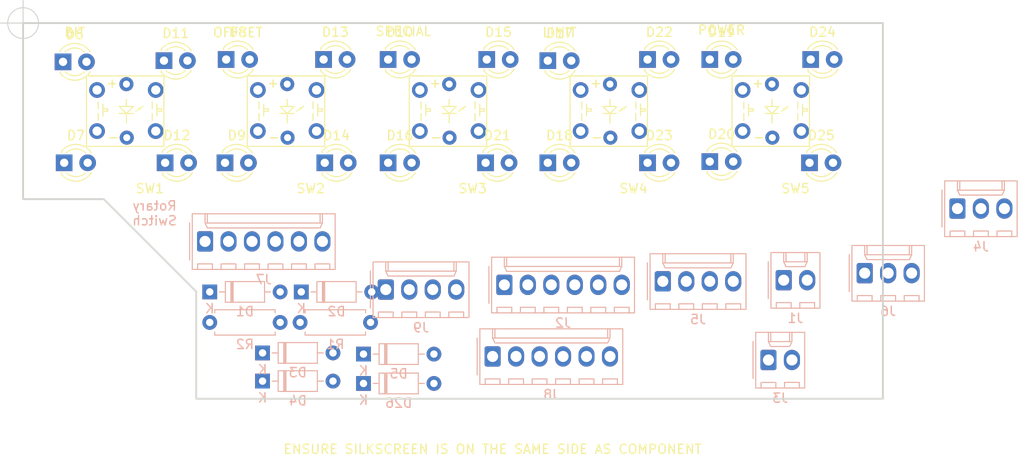
<source format=kicad_pcb>
(kicad_pcb (version 20171130) (host pcbnew "(5.1.5-0-10_14)")

  (general
    (thickness 1.6)
    (drawings 127)
    (tracks 0)
    (zones 0)
    (modules 46)
    (nets 34)
  )

  (page USLetter)
  (title_block
    (title "ABSIS NANO GENERAL I/O")
    (date 2017-12-26)
    (rev -)
    (company "F/A-18C SIMPIT")
    (comment 1 "JOHN STEENSEN")
  )

  (layers
    (0 F.Cu signal)
    (31 B.Cu signal)
    (32 B.Adhes user)
    (33 F.Adhes user)
    (34 B.Paste user)
    (35 F.Paste user)
    (36 B.SilkS user)
    (37 F.SilkS user)
    (38 B.Mask user)
    (39 F.Mask user)
    (40 Dwgs.User user)
    (41 Cmts.User user)
    (42 Eco1.User user)
    (43 Eco2.User user)
    (44 Edge.Cuts user)
    (45 Margin user)
    (46 B.CrtYd user)
    (47 F.CrtYd user)
    (48 B.Fab user)
    (49 F.Fab user)
  )

  (setup
    (last_trace_width 0.2286)
    (user_trace_width 0.3048)
    (user_trace_width 0.6096)
    (user_trace_width 1.2192)
    (trace_clearance 0.1778)
    (zone_clearance 0.508)
    (zone_45_only no)
    (trace_min 0.1524)
    (via_size 0.6)
    (via_drill 0.4)
    (via_min_size 0.4)
    (via_min_drill 0.31)
    (blind_buried_vias_allowed yes)
    (uvia_size 0.3)
    (uvia_drill 0.1)
    (uvias_allowed no)
    (uvia_min_size 0.2)
    (uvia_min_drill 0.1)
    (edge_width 0.1)
    (segment_width 0.1)
    (pcb_text_width 0.3)
    (pcb_text_size 1.5 1.5)
    (mod_edge_width 0.15)
    (mod_text_size 1 1)
    (mod_text_width 0.15)
    (pad_size 1.6 1.6)
    (pad_drill 0.8)
    (pad_to_mask_clearance 0)
    (solder_mask_min_width 0.25)
    (aux_axis_origin 100.86975 81.69275)
    (grid_origin 100.86975 81.69275)
    (visible_elements 7FFFF7FF)
    (pcbplotparams
      (layerselection 0x010fc_ffffffff)
      (usegerberextensions false)
      (usegerberattributes false)
      (usegerberadvancedattributes false)
      (creategerberjobfile false)
      (excludeedgelayer true)
      (linewidth 0.100000)
      (plotframeref false)
      (viasonmask false)
      (mode 1)
      (useauxorigin false)
      (hpglpennumber 1)
      (hpglpenspeed 20)
      (hpglpendiameter 15.000000)
      (psnegative false)
      (psa4output false)
      (plotreference true)
      (plotvalue true)
      (plotinvisibletext false)
      (padsonsilk false)
      (subtractmaskfromsilk false)
      (outputformat 1)
      (mirror false)
      (drillshape 0)
      (scaleselection 1)
      (outputdirectory "manufacturing/"))
  )

  (net 0 "")
  (net 1 "Net-(D4-Pad1)")
  (net 2 "Net-(D1-Pad1)")
  (net 3 "Net-(D2-Pad1)")
  (net 4 "Net-(D5-Pad1)")
  (net 5 /Col1)
  (net 6 "Net-(D3-Pad1)")
  (net 7 /LedCol1)
  (net 8 /LedRow1)
  (net 9 /LedRow2)
  (net 10 /LedRow3)
  (net 11 /LedRow4)
  (net 12 /LedRow5)
  (net 13 /LedCol2)
  (net 14 /LedCol3)
  (net 15 /LedCol4)
  (net 16 /Col2)
  (net 17 "Net-(D26-Pad1)")
  (net 18 /Row5)
  (net 19 /Row4)
  (net 20 /Row3)
  (net 21 /Row2)
  (net 22 /Row1)
  (net 23 /BckltGND)
  (net 24 /Bcklt+12V)
  (net 25 /AnalogGND)
  (net 26 /AnalogAudio)
  (net 27 /Analog5V)
  (net 28 /AnalogDimmer)
  (net 29 "Net-(R1-Pad1)")
  (net 30 "Net-(R2-Pad1)")
  (net 31 "Net-(SW1-Pad6)")
  (net 32 "Net-(SW2-Pad6)")
  (net 33 "Net-(SW4-Pad6)")

  (net_class Default "This is the default net class."
    (clearance 0.1778)
    (trace_width 0.2286)
    (via_dia 0.6)
    (via_drill 0.4)
    (uvia_dia 0.3)
    (uvia_drill 0.1)
    (add_net /Analog5V)
    (add_net /AnalogAudio)
    (add_net /AnalogDimmer)
    (add_net /AnalogGND)
    (add_net /Bcklt+12V)
    (add_net /BckltGND)
    (add_net /Col1)
    (add_net /Col2)
    (add_net /LedCol1)
    (add_net /LedCol2)
    (add_net /LedCol3)
    (add_net /LedCol4)
    (add_net /LedRow1)
    (add_net /LedRow2)
    (add_net /LedRow3)
    (add_net /LedRow4)
    (add_net /LedRow5)
    (add_net /Row1)
    (add_net /Row2)
    (add_net /Row3)
    (add_net /Row4)
    (add_net /Row5)
    (add_net "Net-(D1-Pad1)")
    (add_net "Net-(D2-Pad1)")
    (add_net "Net-(D26-Pad1)")
    (add_net "Net-(D3-Pad1)")
    (add_net "Net-(D4-Pad1)")
    (add_net "Net-(D5-Pad1)")
    (add_net "Net-(R1-Pad1)")
    (add_net "Net-(R2-Pad1)")
    (add_net "Net-(SW1-Pad6)")
    (add_net "Net-(SW2-Pad6)")
    (add_net "Net-(SW4-Pad6)")
  )

  (net_class control ""
    (clearance 0.1778)
    (trace_width 0.1778)
    (via_dia 0.6)
    (via_drill 0.4)
    (uvia_dia 0.3)
    (uvia_drill 0.1)
  )

  (net_class pwr12v ""
    (clearance 0.2032)
    (trace_width 0.508)
    (via_dia 0.6)
    (via_drill 0.4)
    (uvia_dia 0.3)
    (uvia_drill 0.1)
  )

  (net_class pwr3.3v ""
    (clearance 0.2032)
    (trace_width 0.3048)
    (via_dia 0.6)
    (via_drill 0.4)
    (uvia_dia 0.3)
    (uvia_drill 0.1)
  )

  (net_class pwr5v ""
    (clearance 0.2032)
    (trace_width 0.2286)
    (via_dia 0.6)
    (via_drill 0.4)
    (uvia_dia 0.3)
    (uvia_drill 0.1)
  )

  (net_class signal ""
    (clearance 0.1778)
    (trace_width 0.1524)
    (via_dia 0.6)
    (via_drill 0.4)
    (uvia_dia 0.3)
    (uvia_drill 0.1)
  )

  (module PT_Library_v001:PT_Small_Tactile_Switch_With_LED (layer F.Cu) (tedit 5EE4152B) (tstamp 5F8BCFD3)
    (at 181.896 91.2178)
    (path /5F89081E)
    (fp_text reference SW5 (at 2.54 8.374) (layer F.SilkS)
      (effects (font (size 1 1) (thickness 0.15)))
    )
    (fp_text value PT_Tactile_Switch_Led (at 0 -0.5) (layer F.Fab)
      (effects (font (size 1 1) (thickness 0.15)))
    )
    (fp_line (start -4.318 -3.81) (end -3.048 -3.81) (layer F.SilkS) (width 0.12))
    (fp_line (start -4.32 3.81) (end -4.318 -3.81) (layer F.SilkS) (width 0.12))
    (fp_line (start 4.07 3.81) (end -4.312 3.81) (layer F.SilkS) (width 0.12))
    (fp_line (start 4.064 -3.81) (end 4.05 3.81) (layer F.SilkS) (width 0.12))
    (fp_line (start -4.064 -3.81) (end 4.064 -3.81) (layer F.SilkS) (width 0.12))
    (fp_text user - (at -1.42 2.81) (layer F.SilkS)
      (effects (font (size 1 1) (thickness 0.15)))
    )
    (fp_line (start 3.81 0) (end 3.302 0) (layer F.SilkS) (width 0.12))
    (fp_line (start 2.794 -1.016) (end 2.794 -0.254) (layer F.SilkS) (width 0.12))
    (fp_line (start 3.81 -0.254) (end 3.81 0) (layer F.SilkS) (width 0.12))
    (fp_line (start 3.302 -0.762) (end 3.302 0.508) (layer F.SilkS) (width 0.12))
    (fp_line (start 2.794 0.254) (end 2.794 1.016) (layer F.SilkS) (width 0.12))
    (fp_line (start 3.302 -0.254) (end 3.81 -0.254) (layer F.SilkS) (width 0.12))
    (fp_line (start -2.032 0) (end -2.54 0) (layer F.SilkS) (width 0.12))
    (fp_line (start -2.032 -0.254) (end -2.032 0) (layer F.SilkS) (width 0.12))
    (fp_line (start -2.54 -0.254) (end -2.032 -0.254) (layer F.SilkS) (width 0.12))
    (fp_line (start -2.54 -0.762) (end -2.54 0.508) (layer F.SilkS) (width 0.12))
    (fp_line (start -3.048 0.254) (end -3.048 1.016) (layer F.SilkS) (width 0.12))
    (fp_line (start -3.048 -1.016) (end -3.048 -0.254) (layer F.SilkS) (width 0.12))
    (fp_line (start 1.524 -0.254) (end 1.016 0) (layer F.SilkS) (width 0.12))
    (fp_line (start 1.27 -0.254) (end 1.524 -0.254) (layer F.SilkS) (width 0.12))
    (fp_line (start 1.778 -0.508) (end 1.27 -0.254) (layer F.SilkS) (width 0.12))
    (fp_line (start 0 0.254) (end 0 1.27) (layer F.SilkS) (width 0.12))
    (fp_line (start -0.762 0.254) (end 0 0.254) (layer F.SilkS) (width 0.12))
    (fp_line (start 0.762 0.254) (end -0.762 0.254) (layer F.SilkS) (width 0.12))
    (fp_line (start -0.762 -0.508) (end 0 -0.508) (layer F.SilkS) (width 0.12))
    (fp_line (start 0 0.254) (end -0.762 -0.508) (layer F.SilkS) (width 0.12))
    (fp_line (start 0.762 -0.508) (end 0 0.254) (layer F.SilkS) (width 0.12))
    (fp_line (start 0 -0.508) (end 0.762 -0.508) (layer F.SilkS) (width 0.12))
    (fp_line (start 0 -1.27) (end 0 -0.508) (layer F.SilkS) (width 0.12))
    (fp_text user + (at -1.524 -3.048) (layer F.SilkS)
      (effects (font (size 1 1) (thickness 0.15)))
    )
    (pad 6 thru_hole circle (at 0.04 2.87) (size 1.524 1.524) (drill 0.762) (layers *.Cu *.Mask)
      (net 23 /BckltGND))
    (pad 5 thru_hole circle (at 0 -2.921) (size 1.524 1.524) (drill 0.762) (layers *.Cu *.Mask)
      (net 33 "Net-(SW4-Pad6)"))
    (pad 4 thru_hole circle (at 3.175 2.159) (size 1.7 1.7) (drill 1) (layers *.Cu *.Mask)
      (net 18 /Row5))
    (pad 3 thru_hole circle (at -3.175 2.159) (size 1.7 1.7) (drill 1) (layers *.Cu *.Mask)
      (net 18 /Row5))
    (pad 2 thru_hole circle (at 3.175 -2.286) (size 1.7 1.7) (drill 1) (layers *.Cu *.Mask)
      (net 4 "Net-(D5-Pad1)"))
    (pad 1 thru_hole circle (at -3.175 -2.286) (size 1.7 1.7) (drill 1) (layers *.Cu *.Mask)
      (net 4 "Net-(D5-Pad1)"))
  )

  (module PT_Library_v001:PT_Small_Tactile_Switch_With_LED (layer F.Cu) (tedit 5EE4152B) (tstamp 5F8BCFAB)
    (at 164.37 91.2178)
    (path /5F88FB69)
    (fp_text reference SW4 (at 2.54 8.374) (layer F.SilkS)
      (effects (font (size 1 1) (thickness 0.15)))
    )
    (fp_text value PT_Tactile_Switch_Led (at 0 -0.5) (layer F.Fab)
      (effects (font (size 1 1) (thickness 0.15)))
    )
    (fp_line (start -4.318 -3.81) (end -3.048 -3.81) (layer F.SilkS) (width 0.12))
    (fp_line (start -4.32 3.81) (end -4.318 -3.81) (layer F.SilkS) (width 0.12))
    (fp_line (start 4.07 3.81) (end -4.312 3.81) (layer F.SilkS) (width 0.12))
    (fp_line (start 4.064 -3.81) (end 4.05 3.81) (layer F.SilkS) (width 0.12))
    (fp_line (start -4.064 -3.81) (end 4.064 -3.81) (layer F.SilkS) (width 0.12))
    (fp_text user - (at -1.42 2.81) (layer F.SilkS)
      (effects (font (size 1 1) (thickness 0.15)))
    )
    (fp_line (start 3.81 0) (end 3.302 0) (layer F.SilkS) (width 0.12))
    (fp_line (start 2.794 -1.016) (end 2.794 -0.254) (layer F.SilkS) (width 0.12))
    (fp_line (start 3.81 -0.254) (end 3.81 0) (layer F.SilkS) (width 0.12))
    (fp_line (start 3.302 -0.762) (end 3.302 0.508) (layer F.SilkS) (width 0.12))
    (fp_line (start 2.794 0.254) (end 2.794 1.016) (layer F.SilkS) (width 0.12))
    (fp_line (start 3.302 -0.254) (end 3.81 -0.254) (layer F.SilkS) (width 0.12))
    (fp_line (start -2.032 0) (end -2.54 0) (layer F.SilkS) (width 0.12))
    (fp_line (start -2.032 -0.254) (end -2.032 0) (layer F.SilkS) (width 0.12))
    (fp_line (start -2.54 -0.254) (end -2.032 -0.254) (layer F.SilkS) (width 0.12))
    (fp_line (start -2.54 -0.762) (end -2.54 0.508) (layer F.SilkS) (width 0.12))
    (fp_line (start -3.048 0.254) (end -3.048 1.016) (layer F.SilkS) (width 0.12))
    (fp_line (start -3.048 -1.016) (end -3.048 -0.254) (layer F.SilkS) (width 0.12))
    (fp_line (start 1.524 -0.254) (end 1.016 0) (layer F.SilkS) (width 0.12))
    (fp_line (start 1.27 -0.254) (end 1.524 -0.254) (layer F.SilkS) (width 0.12))
    (fp_line (start 1.778 -0.508) (end 1.27 -0.254) (layer F.SilkS) (width 0.12))
    (fp_line (start 0 0.254) (end 0 1.27) (layer F.SilkS) (width 0.12))
    (fp_line (start -0.762 0.254) (end 0 0.254) (layer F.SilkS) (width 0.12))
    (fp_line (start 0.762 0.254) (end -0.762 0.254) (layer F.SilkS) (width 0.12))
    (fp_line (start -0.762 -0.508) (end 0 -0.508) (layer F.SilkS) (width 0.12))
    (fp_line (start 0 0.254) (end -0.762 -0.508) (layer F.SilkS) (width 0.12))
    (fp_line (start 0.762 -0.508) (end 0 0.254) (layer F.SilkS) (width 0.12))
    (fp_line (start 0 -0.508) (end 0.762 -0.508) (layer F.SilkS) (width 0.12))
    (fp_line (start 0 -1.27) (end 0 -0.508) (layer F.SilkS) (width 0.12))
    (fp_text user + (at -1.524 -3.048) (layer F.SilkS)
      (effects (font (size 1 1) (thickness 0.15)))
    )
    (pad 6 thru_hole circle (at 0.04 2.87) (size 1.524 1.524) (drill 0.762) (layers *.Cu *.Mask)
      (net 33 "Net-(SW4-Pad6)"))
    (pad 5 thru_hole circle (at 0 -2.921) (size 1.524 1.524) (drill 0.762) (layers *.Cu *.Mask)
      (net 30 "Net-(R2-Pad1)"))
    (pad 4 thru_hole circle (at 3.175 2.159) (size 1.7 1.7) (drill 1) (layers *.Cu *.Mask)
      (net 19 /Row4))
    (pad 3 thru_hole circle (at -3.175 2.159) (size 1.7 1.7) (drill 1) (layers *.Cu *.Mask)
      (net 19 /Row4))
    (pad 2 thru_hole circle (at 3.175 -2.286) (size 1.7 1.7) (drill 1) (layers *.Cu *.Mask)
      (net 1 "Net-(D4-Pad1)"))
    (pad 1 thru_hole circle (at -3.175 -2.286) (size 1.7 1.7) (drill 1) (layers *.Cu *.Mask)
      (net 1 "Net-(D4-Pad1)"))
  )

  (module PT_Library_v001:PT_Small_Tactile_Switch_With_LED (layer F.Cu) (tedit 5EE4152B) (tstamp 5F8BCF83)
    (at 146.971 91.2178)
    (path /5F88F068)
    (fp_text reference SW3 (at 2.54 8.374) (layer F.SilkS)
      (effects (font (size 1 1) (thickness 0.15)))
    )
    (fp_text value PT_Tactile_Switch_Led (at 0 -0.5) (layer F.Fab)
      (effects (font (size 1 1) (thickness 0.15)))
    )
    (fp_line (start -4.318 -3.81) (end -3.048 -3.81) (layer F.SilkS) (width 0.12))
    (fp_line (start -4.32 3.81) (end -4.318 -3.81) (layer F.SilkS) (width 0.12))
    (fp_line (start 4.07 3.81) (end -4.312 3.81) (layer F.SilkS) (width 0.12))
    (fp_line (start 4.064 -3.81) (end 4.05 3.81) (layer F.SilkS) (width 0.12))
    (fp_line (start -4.064 -3.81) (end 4.064 -3.81) (layer F.SilkS) (width 0.12))
    (fp_text user - (at -1.42 2.81) (layer F.SilkS)
      (effects (font (size 1 1) (thickness 0.15)))
    )
    (fp_line (start 3.81 0) (end 3.302 0) (layer F.SilkS) (width 0.12))
    (fp_line (start 2.794 -1.016) (end 2.794 -0.254) (layer F.SilkS) (width 0.12))
    (fp_line (start 3.81 -0.254) (end 3.81 0) (layer F.SilkS) (width 0.12))
    (fp_line (start 3.302 -0.762) (end 3.302 0.508) (layer F.SilkS) (width 0.12))
    (fp_line (start 2.794 0.254) (end 2.794 1.016) (layer F.SilkS) (width 0.12))
    (fp_line (start 3.302 -0.254) (end 3.81 -0.254) (layer F.SilkS) (width 0.12))
    (fp_line (start -2.032 0) (end -2.54 0) (layer F.SilkS) (width 0.12))
    (fp_line (start -2.032 -0.254) (end -2.032 0) (layer F.SilkS) (width 0.12))
    (fp_line (start -2.54 -0.254) (end -2.032 -0.254) (layer F.SilkS) (width 0.12))
    (fp_line (start -2.54 -0.762) (end -2.54 0.508) (layer F.SilkS) (width 0.12))
    (fp_line (start -3.048 0.254) (end -3.048 1.016) (layer F.SilkS) (width 0.12))
    (fp_line (start -3.048 -1.016) (end -3.048 -0.254) (layer F.SilkS) (width 0.12))
    (fp_line (start 1.524 -0.254) (end 1.016 0) (layer F.SilkS) (width 0.12))
    (fp_line (start 1.27 -0.254) (end 1.524 -0.254) (layer F.SilkS) (width 0.12))
    (fp_line (start 1.778 -0.508) (end 1.27 -0.254) (layer F.SilkS) (width 0.12))
    (fp_line (start 0 0.254) (end 0 1.27) (layer F.SilkS) (width 0.12))
    (fp_line (start -0.762 0.254) (end 0 0.254) (layer F.SilkS) (width 0.12))
    (fp_line (start 0.762 0.254) (end -0.762 0.254) (layer F.SilkS) (width 0.12))
    (fp_line (start -0.762 -0.508) (end 0 -0.508) (layer F.SilkS) (width 0.12))
    (fp_line (start 0 0.254) (end -0.762 -0.508) (layer F.SilkS) (width 0.12))
    (fp_line (start 0.762 -0.508) (end 0 0.254) (layer F.SilkS) (width 0.12))
    (fp_line (start 0 -0.508) (end 0.762 -0.508) (layer F.SilkS) (width 0.12))
    (fp_line (start 0 -1.27) (end 0 -0.508) (layer F.SilkS) (width 0.12))
    (fp_text user + (at -1.524 -3.048) (layer F.SilkS)
      (effects (font (size 1 1) (thickness 0.15)))
    )
    (pad 6 thru_hole circle (at 0.04 2.87) (size 1.524 1.524) (drill 0.762) (layers *.Cu *.Mask)
      (net 23 /BckltGND))
    (pad 5 thru_hole circle (at 0 -2.921) (size 1.524 1.524) (drill 0.762) (layers *.Cu *.Mask)
      (net 32 "Net-(SW2-Pad6)"))
    (pad 4 thru_hole circle (at 3.175 2.159) (size 1.7 1.7) (drill 1) (layers *.Cu *.Mask)
      (net 20 /Row3))
    (pad 3 thru_hole circle (at -3.175 2.159) (size 1.7 1.7) (drill 1) (layers *.Cu *.Mask)
      (net 20 /Row3))
    (pad 2 thru_hole circle (at 3.175 -2.286) (size 1.7 1.7) (drill 1) (layers *.Cu *.Mask)
      (net 6 "Net-(D3-Pad1)"))
    (pad 1 thru_hole circle (at -3.175 -2.286) (size 1.7 1.7) (drill 1) (layers *.Cu *.Mask)
      (net 6 "Net-(D3-Pad1)"))
  )

  (module PT_Library_v001:PT_Small_Tactile_Switch_With_LED (layer F.Cu) (tedit 5EE4152B) (tstamp 5F8BCF5B)
    (at 129.445 91.2178)
    (path /5F88E3AB)
    (fp_text reference SW2 (at 2.54 8.374) (layer F.SilkS)
      (effects (font (size 1 1) (thickness 0.15)))
    )
    (fp_text value PT_Tactile_Switch_Led (at 0 -0.5) (layer F.Fab)
      (effects (font (size 1 1) (thickness 0.15)))
    )
    (fp_line (start -4.318 -3.81) (end -3.048 -3.81) (layer F.SilkS) (width 0.12))
    (fp_line (start -4.32 3.81) (end -4.318 -3.81) (layer F.SilkS) (width 0.12))
    (fp_line (start 4.07 3.81) (end -4.312 3.81) (layer F.SilkS) (width 0.12))
    (fp_line (start 4.064 -3.81) (end 4.05 3.81) (layer F.SilkS) (width 0.12))
    (fp_line (start -4.064 -3.81) (end 4.064 -3.81) (layer F.SilkS) (width 0.12))
    (fp_text user - (at -1.42 2.81) (layer F.SilkS)
      (effects (font (size 1 1) (thickness 0.15)))
    )
    (fp_line (start 3.81 0) (end 3.302 0) (layer F.SilkS) (width 0.12))
    (fp_line (start 2.794 -1.016) (end 2.794 -0.254) (layer F.SilkS) (width 0.12))
    (fp_line (start 3.81 -0.254) (end 3.81 0) (layer F.SilkS) (width 0.12))
    (fp_line (start 3.302 -0.762) (end 3.302 0.508) (layer F.SilkS) (width 0.12))
    (fp_line (start 2.794 0.254) (end 2.794 1.016) (layer F.SilkS) (width 0.12))
    (fp_line (start 3.302 -0.254) (end 3.81 -0.254) (layer F.SilkS) (width 0.12))
    (fp_line (start -2.032 0) (end -2.54 0) (layer F.SilkS) (width 0.12))
    (fp_line (start -2.032 -0.254) (end -2.032 0) (layer F.SilkS) (width 0.12))
    (fp_line (start -2.54 -0.254) (end -2.032 -0.254) (layer F.SilkS) (width 0.12))
    (fp_line (start -2.54 -0.762) (end -2.54 0.508) (layer F.SilkS) (width 0.12))
    (fp_line (start -3.048 0.254) (end -3.048 1.016) (layer F.SilkS) (width 0.12))
    (fp_line (start -3.048 -1.016) (end -3.048 -0.254) (layer F.SilkS) (width 0.12))
    (fp_line (start 1.524 -0.254) (end 1.016 0) (layer F.SilkS) (width 0.12))
    (fp_line (start 1.27 -0.254) (end 1.524 -0.254) (layer F.SilkS) (width 0.12))
    (fp_line (start 1.778 -0.508) (end 1.27 -0.254) (layer F.SilkS) (width 0.12))
    (fp_line (start 0 0.254) (end 0 1.27) (layer F.SilkS) (width 0.12))
    (fp_line (start -0.762 0.254) (end 0 0.254) (layer F.SilkS) (width 0.12))
    (fp_line (start 0.762 0.254) (end -0.762 0.254) (layer F.SilkS) (width 0.12))
    (fp_line (start -0.762 -0.508) (end 0 -0.508) (layer F.SilkS) (width 0.12))
    (fp_line (start 0 0.254) (end -0.762 -0.508) (layer F.SilkS) (width 0.12))
    (fp_line (start 0.762 -0.508) (end 0 0.254) (layer F.SilkS) (width 0.12))
    (fp_line (start 0 -0.508) (end 0.762 -0.508) (layer F.SilkS) (width 0.12))
    (fp_line (start 0 -1.27) (end 0 -0.508) (layer F.SilkS) (width 0.12))
    (fp_text user + (at -1.524 -3.048) (layer F.SilkS)
      (effects (font (size 1 1) (thickness 0.15)))
    )
    (pad 6 thru_hole circle (at 0.04 2.87) (size 1.524 1.524) (drill 0.762) (layers *.Cu *.Mask)
      (net 32 "Net-(SW2-Pad6)"))
    (pad 5 thru_hole circle (at 0 -2.921) (size 1.524 1.524) (drill 0.762) (layers *.Cu *.Mask)
      (net 31 "Net-(SW1-Pad6)"))
    (pad 4 thru_hole circle (at 3.175 2.159) (size 1.7 1.7) (drill 1) (layers *.Cu *.Mask)
      (net 21 /Row2))
    (pad 3 thru_hole circle (at -3.175 2.159) (size 1.7 1.7) (drill 1) (layers *.Cu *.Mask)
      (net 21 /Row2))
    (pad 2 thru_hole circle (at 3.175 -2.286) (size 1.7 1.7) (drill 1) (layers *.Cu *.Mask)
      (net 3 "Net-(D2-Pad1)"))
    (pad 1 thru_hole circle (at -3.175 -2.286) (size 1.7 1.7) (drill 1) (layers *.Cu *.Mask)
      (net 3 "Net-(D2-Pad1)"))
  )

  (module PT_Library_v001:PT_Small_Tactile_Switch_With_LED (layer F.Cu) (tedit 5EE4152B) (tstamp 5F8BCF33)
    (at 112.046 91.2178)
    (path /5F88CBEF)
    (fp_text reference SW1 (at 2.54 8.374) (layer F.SilkS)
      (effects (font (size 1 1) (thickness 0.15)))
    )
    (fp_text value PT_Tactile_Switch_Led (at 0 -0.5) (layer F.Fab)
      (effects (font (size 1 1) (thickness 0.15)))
    )
    (fp_line (start -4.318 -3.81) (end -3.048 -3.81) (layer F.SilkS) (width 0.12))
    (fp_line (start -4.32 3.81) (end -4.318 -3.81) (layer F.SilkS) (width 0.12))
    (fp_line (start 4.07 3.81) (end -4.312 3.81) (layer F.SilkS) (width 0.12))
    (fp_line (start 4.064 -3.81) (end 4.05 3.81) (layer F.SilkS) (width 0.12))
    (fp_line (start -4.064 -3.81) (end 4.064 -3.81) (layer F.SilkS) (width 0.12))
    (fp_text user - (at -1.42 2.81) (layer F.SilkS)
      (effects (font (size 1 1) (thickness 0.15)))
    )
    (fp_line (start 3.81 0) (end 3.302 0) (layer F.SilkS) (width 0.12))
    (fp_line (start 2.794 -1.016) (end 2.794 -0.254) (layer F.SilkS) (width 0.12))
    (fp_line (start 3.81 -0.254) (end 3.81 0) (layer F.SilkS) (width 0.12))
    (fp_line (start 3.302 -0.762) (end 3.302 0.508) (layer F.SilkS) (width 0.12))
    (fp_line (start 2.794 0.254) (end 2.794 1.016) (layer F.SilkS) (width 0.12))
    (fp_line (start 3.302 -0.254) (end 3.81 -0.254) (layer F.SilkS) (width 0.12))
    (fp_line (start -2.032 0) (end -2.54 0) (layer F.SilkS) (width 0.12))
    (fp_line (start -2.032 -0.254) (end -2.032 0) (layer F.SilkS) (width 0.12))
    (fp_line (start -2.54 -0.254) (end -2.032 -0.254) (layer F.SilkS) (width 0.12))
    (fp_line (start -2.54 -0.762) (end -2.54 0.508) (layer F.SilkS) (width 0.12))
    (fp_line (start -3.048 0.254) (end -3.048 1.016) (layer F.SilkS) (width 0.12))
    (fp_line (start -3.048 -1.016) (end -3.048 -0.254) (layer F.SilkS) (width 0.12))
    (fp_line (start 1.524 -0.254) (end 1.016 0) (layer F.SilkS) (width 0.12))
    (fp_line (start 1.27 -0.254) (end 1.524 -0.254) (layer F.SilkS) (width 0.12))
    (fp_line (start 1.778 -0.508) (end 1.27 -0.254) (layer F.SilkS) (width 0.12))
    (fp_line (start 0 0.254) (end 0 1.27) (layer F.SilkS) (width 0.12))
    (fp_line (start -0.762 0.254) (end 0 0.254) (layer F.SilkS) (width 0.12))
    (fp_line (start 0.762 0.254) (end -0.762 0.254) (layer F.SilkS) (width 0.12))
    (fp_line (start -0.762 -0.508) (end 0 -0.508) (layer F.SilkS) (width 0.12))
    (fp_line (start 0 0.254) (end -0.762 -0.508) (layer F.SilkS) (width 0.12))
    (fp_line (start 0.762 -0.508) (end 0 0.254) (layer F.SilkS) (width 0.12))
    (fp_line (start 0 -0.508) (end 0.762 -0.508) (layer F.SilkS) (width 0.12))
    (fp_line (start 0 -1.27) (end 0 -0.508) (layer F.SilkS) (width 0.12))
    (fp_text user + (at -1.524 -3.048) (layer F.SilkS)
      (effects (font (size 1 1) (thickness 0.15)))
    )
    (pad 6 thru_hole circle (at 0.04 2.87) (size 1.524 1.524) (drill 0.762) (layers *.Cu *.Mask)
      (net 31 "Net-(SW1-Pad6)"))
    (pad 5 thru_hole circle (at 0 -2.921) (size 1.524 1.524) (drill 0.762) (layers *.Cu *.Mask)
      (net 29 "Net-(R1-Pad1)"))
    (pad 4 thru_hole circle (at 3.175 2.159) (size 1.7 1.7) (drill 1) (layers *.Cu *.Mask)
      (net 22 /Row1))
    (pad 3 thru_hole circle (at -3.175 2.159) (size 1.7 1.7) (drill 1) (layers *.Cu *.Mask)
      (net 22 /Row1))
    (pad 2 thru_hole circle (at 3.175 -2.286) (size 1.7 1.7) (drill 1) (layers *.Cu *.Mask)
      (net 2 "Net-(D1-Pad1)"))
    (pad 1 thru_hole circle (at -3.175 -2.286) (size 1.7 1.7) (drill 1) (layers *.Cu *.Mask)
      (net 2 "Net-(D1-Pad1)"))
  )

  (module PT_Library_v001:R_Axial_DIN0207_L6.3mm_D2.5mm_P7.62mm_Horizontal (layer B.Cu) (tedit 5AE5139B) (tstamp 5F8BCF0B)
    (at 121.06275 114.07775)
    (descr "Resistor, Axial_DIN0207 series, Axial, Horizontal, pin pitch=7.62mm, 0.25W = 1/4W, length*diameter=6.3*2.5mm^2, http://cdn-reichelt.de/documents/datenblatt/B400/1_4W%23YAG.pdf")
    (tags "Resistor Axial_DIN0207 series Axial Horizontal pin pitch 7.62mm 0.25W = 1/4W length 6.3mm diameter 2.5mm")
    (path /5F96E623)
    (fp_text reference R2 (at 3.81 2.37) (layer B.SilkS)
      (effects (font (size 1 1) (thickness 0.15)) (justify mirror))
    )
    (fp_text value 330 (at 3.81 -2.37) (layer B.Fab)
      (effects (font (size 1 1) (thickness 0.15)) (justify mirror))
    )
    (fp_text user %R (at 3.81 0) (layer B.Fab)
      (effects (font (size 1 1) (thickness 0.15)) (justify mirror))
    )
    (fp_line (start 8.67 1.5) (end -1.05 1.5) (layer B.CrtYd) (width 0.05))
    (fp_line (start 8.67 -1.5) (end 8.67 1.5) (layer B.CrtYd) (width 0.05))
    (fp_line (start -1.05 -1.5) (end 8.67 -1.5) (layer B.CrtYd) (width 0.05))
    (fp_line (start -1.05 1.5) (end -1.05 -1.5) (layer B.CrtYd) (width 0.05))
    (fp_line (start 7.08 -1.37) (end 7.08 -1.04) (layer B.SilkS) (width 0.12))
    (fp_line (start 0.54 -1.37) (end 7.08 -1.37) (layer B.SilkS) (width 0.12))
    (fp_line (start 0.54 -1.04) (end 0.54 -1.37) (layer B.SilkS) (width 0.12))
    (fp_line (start 7.08 1.37) (end 7.08 1.04) (layer B.SilkS) (width 0.12))
    (fp_line (start 0.54 1.37) (end 7.08 1.37) (layer B.SilkS) (width 0.12))
    (fp_line (start 0.54 1.04) (end 0.54 1.37) (layer B.SilkS) (width 0.12))
    (fp_line (start 7.62 0) (end 6.96 0) (layer B.Fab) (width 0.1))
    (fp_line (start 0 0) (end 0.66 0) (layer B.Fab) (width 0.1))
    (fp_line (start 6.96 1.25) (end 0.66 1.25) (layer B.Fab) (width 0.1))
    (fp_line (start 6.96 -1.25) (end 6.96 1.25) (layer B.Fab) (width 0.1))
    (fp_line (start 0.66 -1.25) (end 6.96 -1.25) (layer B.Fab) (width 0.1))
    (fp_line (start 0.66 1.25) (end 0.66 -1.25) (layer B.Fab) (width 0.1))
    (pad 2 thru_hole oval (at 7.62 0) (size 1.6 1.6) (drill 0.8) (layers *.Cu *.Mask)
      (net 24 /Bcklt+12V))
    (pad 1 thru_hole circle (at 0 0) (size 1.6 1.6) (drill 0.8) (layers *.Cu *.Mask)
      (net 30 "Net-(R2-Pad1)"))
    (model ${KISYS3DMOD}/Resistor_THT.3dshapes/R_Axial_DIN0207_L6.3mm_D2.5mm_P7.62mm_Horizontal.wrl
      (at (xyz 0 0 0))
      (scale (xyz 1 1 1))
      (rotate (xyz 0 0 0))
    )
  )

  (module PT_Library_v001:R_Axial_DIN0207_L6.3mm_D2.5mm_P7.62mm_Horizontal (layer B.Cu) (tedit 5AE5139B) (tstamp 5F8BCEF4)
    (at 130.84175 114.07775)
    (descr "Resistor, Axial_DIN0207 series, Axial, Horizontal, pin pitch=7.62mm, 0.25W = 1/4W, length*diameter=6.3*2.5mm^2, http://cdn-reichelt.de/documents/datenblatt/B400/1_4W%23YAG.pdf")
    (tags "Resistor Axial_DIN0207 series Axial Horizontal pin pitch 7.62mm 0.25W = 1/4W length 6.3mm diameter 2.5mm")
    (path /5F96D7EC)
    (fp_text reference R1 (at 3.81 2.37) (layer B.SilkS)
      (effects (font (size 1 1) (thickness 0.15)) (justify mirror))
    )
    (fp_text value 150 (at 3.81 -2.37) (layer B.Fab)
      (effects (font (size 1 1) (thickness 0.15)) (justify mirror))
    )
    (fp_text user %R (at 3.81 0) (layer B.Fab)
      (effects (font (size 1 1) (thickness 0.15)) (justify mirror))
    )
    (fp_line (start 8.67 1.5) (end -1.05 1.5) (layer B.CrtYd) (width 0.05))
    (fp_line (start 8.67 -1.5) (end 8.67 1.5) (layer B.CrtYd) (width 0.05))
    (fp_line (start -1.05 -1.5) (end 8.67 -1.5) (layer B.CrtYd) (width 0.05))
    (fp_line (start -1.05 1.5) (end -1.05 -1.5) (layer B.CrtYd) (width 0.05))
    (fp_line (start 7.08 -1.37) (end 7.08 -1.04) (layer B.SilkS) (width 0.12))
    (fp_line (start 0.54 -1.37) (end 7.08 -1.37) (layer B.SilkS) (width 0.12))
    (fp_line (start 0.54 -1.04) (end 0.54 -1.37) (layer B.SilkS) (width 0.12))
    (fp_line (start 7.08 1.37) (end 7.08 1.04) (layer B.SilkS) (width 0.12))
    (fp_line (start 0.54 1.37) (end 7.08 1.37) (layer B.SilkS) (width 0.12))
    (fp_line (start 0.54 1.04) (end 0.54 1.37) (layer B.SilkS) (width 0.12))
    (fp_line (start 7.62 0) (end 6.96 0) (layer B.Fab) (width 0.1))
    (fp_line (start 0 0) (end 0.66 0) (layer B.Fab) (width 0.1))
    (fp_line (start 6.96 1.25) (end 0.66 1.25) (layer B.Fab) (width 0.1))
    (fp_line (start 6.96 -1.25) (end 6.96 1.25) (layer B.Fab) (width 0.1))
    (fp_line (start 0.66 -1.25) (end 6.96 -1.25) (layer B.Fab) (width 0.1))
    (fp_line (start 0.66 1.25) (end 0.66 -1.25) (layer B.Fab) (width 0.1))
    (pad 2 thru_hole oval (at 7.62 0) (size 1.6 1.6) (drill 0.8) (layers *.Cu *.Mask)
      (net 24 /Bcklt+12V))
    (pad 1 thru_hole circle (at 0 0) (size 1.6 1.6) (drill 0.8) (layers *.Cu *.Mask)
      (net 29 "Net-(R1-Pad1)"))
    (model ${KISYS3DMOD}/Resistor_THT.3dshapes/R_Axial_DIN0207_L6.3mm_D2.5mm_P7.62mm_Horizontal.wrl
      (at (xyz 0 0 0))
      (scale (xyz 1 1 1))
      (rotate (xyz 0 0 0))
    )
  )

  (module PT_Library_v001:Molex_1x04_P2.54mm_Vertical (layer B.Cu) (tedit 5B78013E) (tstamp 5F8BCEDD)
    (at 140.113 110.522)
    (descr "Molex KK-254 Interconnect System, old/engineering part number: AE-6410-04A example for new part number: 22-27-2041, 4 Pins (http://www.molex.com/pdm_docs/sd/022272021_sd.pdf), generated with kicad-footprint-generator")
    (tags "connector Molex KK-254 side entry")
    (path /5F98FB17)
    (fp_text reference J9 (at 3.81 4.12) (layer B.SilkS)
      (effects (font (size 1 1) (thickness 0.15)) (justify mirror))
    )
    (fp_text value Conn_01x04 (at 3.81 -4.08) (layer B.Fab)
      (effects (font (size 1 1) (thickness 0.15)) (justify mirror))
    )
    (fp_text user %R (at 3.81 2.22) (layer B.Fab)
      (effects (font (size 1 1) (thickness 0.15)) (justify mirror))
    )
    (fp_line (start 9.39 3.42) (end -1.77 3.42) (layer B.CrtYd) (width 0.05))
    (fp_line (start 9.39 -3.38) (end 9.39 3.42) (layer B.CrtYd) (width 0.05))
    (fp_line (start -1.77 -3.38) (end 9.39 -3.38) (layer B.CrtYd) (width 0.05))
    (fp_line (start -1.77 3.42) (end -1.77 -3.38) (layer B.CrtYd) (width 0.05))
    (fp_line (start 8.42 2.43) (end 8.42 3.03) (layer B.SilkS) (width 0.12))
    (fp_line (start 6.82 2.43) (end 8.42 2.43) (layer B.SilkS) (width 0.12))
    (fp_line (start 6.82 3.03) (end 6.82 2.43) (layer B.SilkS) (width 0.12))
    (fp_line (start 5.88 2.43) (end 5.88 3.03) (layer B.SilkS) (width 0.12))
    (fp_line (start 4.28 2.43) (end 5.88 2.43) (layer B.SilkS) (width 0.12))
    (fp_line (start 4.28 3.03) (end 4.28 2.43) (layer B.SilkS) (width 0.12))
    (fp_line (start 3.34 2.43) (end 3.34 3.03) (layer B.SilkS) (width 0.12))
    (fp_line (start 1.74 2.43) (end 3.34 2.43) (layer B.SilkS) (width 0.12))
    (fp_line (start 1.74 3.03) (end 1.74 2.43) (layer B.SilkS) (width 0.12))
    (fp_line (start 0.8 2.43) (end 0.8 3.03) (layer B.SilkS) (width 0.12))
    (fp_line (start -0.8 2.43) (end 0.8 2.43) (layer B.SilkS) (width 0.12))
    (fp_line (start -0.8 3.03) (end -0.8 2.43) (layer B.SilkS) (width 0.12))
    (fp_line (start 7.37 -2.99) (end 7.37 -1.99) (layer B.SilkS) (width 0.12))
    (fp_line (start 0.25 -2.99) (end 0.25 -1.99) (layer B.SilkS) (width 0.12))
    (fp_line (start 7.37 -1.46) (end 7.62 -1.99) (layer B.SilkS) (width 0.12))
    (fp_line (start 0.25 -1.46) (end 7.37 -1.46) (layer B.SilkS) (width 0.12))
    (fp_line (start 0 -1.99) (end 0.25 -1.46) (layer B.SilkS) (width 0.12))
    (fp_line (start 7.62 -1.99) (end 7.62 -2.99) (layer B.SilkS) (width 0.12))
    (fp_line (start 0 -1.99) (end 7.62 -1.99) (layer B.SilkS) (width 0.12))
    (fp_line (start 0 -2.99) (end 0 -1.99) (layer B.SilkS) (width 0.12))
    (fp_line (start -0.562893 0) (end -1.27 -0.5) (layer B.Fab) (width 0.1))
    (fp_line (start -1.27 0.5) (end -0.562893 0) (layer B.Fab) (width 0.1))
    (fp_line (start -1.67 2) (end -1.67 -2) (layer B.SilkS) (width 0.12))
    (fp_line (start 9 3.03) (end -1.38 3.03) (layer B.SilkS) (width 0.12))
    (fp_line (start 9 -2.99) (end 9 3.03) (layer B.SilkS) (width 0.12))
    (fp_line (start -1.38 -2.99) (end 9 -2.99) (layer B.SilkS) (width 0.12))
    (fp_line (start -1.38 3.03) (end -1.38 -2.99) (layer B.SilkS) (width 0.12))
    (fp_line (start 8.89 2.92) (end -1.27 2.92) (layer B.Fab) (width 0.1))
    (fp_line (start 8.89 -2.88) (end 8.89 2.92) (layer B.Fab) (width 0.1))
    (fp_line (start -1.27 -2.88) (end 8.89 -2.88) (layer B.Fab) (width 0.1))
    (fp_line (start -1.27 2.92) (end -1.27 -2.88) (layer B.Fab) (width 0.1))
    (pad 4 thru_hole oval (at 7.62 0) (size 1.74 2.2) (drill 1.2) (layers *.Cu *.Mask)
      (net 15 /LedCol4))
    (pad 3 thru_hole oval (at 5.08 0) (size 1.74 2.2) (drill 1.2) (layers *.Cu *.Mask)
      (net 14 /LedCol3))
    (pad 2 thru_hole oval (at 2.54 0) (size 1.74 2.2) (drill 1.2) (layers *.Cu *.Mask)
      (net 13 /LedCol2))
    (pad 1 thru_hole roundrect (at 0 0) (size 1.74 2.2) (drill 1.2) (layers *.Cu *.Mask) (roundrect_rratio 0.143678)
      (net 7 /LedCol1))
    (model ${KISYS3DMOD}/Connector_Molex.3dshapes/Molex_KK-254_AE-6410-04A_1x04_P2.54mm_Vertical.wrl
      (at (xyz 0 0 0))
      (scale (xyz 1 1 1))
      (rotate (xyz 0 0 0))
    )
  )

  (module PT_Library_v001:Molex_1x06_P2.54mm_Vertical (layer B.Cu) (tedit 5B78013E) (tstamp 5F8BCEB1)
    (at 151.66975 117.76075)
    (descr "Molex KK-254 Interconnect System, old/engineering part number: AE-6410-06A example for new part number: 22-27-2061, 6 Pins (http://www.molex.com/pdm_docs/sd/022272021_sd.pdf), generated with kicad-footprint-generator")
    (tags "connector Molex KK-254 side entry")
    (path /5F98D9DB)
    (fp_text reference J8 (at 6.35 4.12) (layer B.SilkS)
      (effects (font (size 1 1) (thickness 0.15)) (justify mirror))
    )
    (fp_text value PT_Conn_01x06 (at 6.35 -4.08) (layer B.Fab)
      (effects (font (size 1 1) (thickness 0.15)) (justify mirror))
    )
    (fp_text user %R (at 6.35 2.22) (layer B.Fab)
      (effects (font (size 1 1) (thickness 0.15)) (justify mirror))
    )
    (fp_line (start 14.47 3.42) (end -1.77 3.42) (layer B.CrtYd) (width 0.05))
    (fp_line (start 14.47 -3.38) (end 14.47 3.42) (layer B.CrtYd) (width 0.05))
    (fp_line (start -1.77 -3.38) (end 14.47 -3.38) (layer B.CrtYd) (width 0.05))
    (fp_line (start -1.77 3.42) (end -1.77 -3.38) (layer B.CrtYd) (width 0.05))
    (fp_line (start 13.5 2.43) (end 13.5 3.03) (layer B.SilkS) (width 0.12))
    (fp_line (start 11.9 2.43) (end 13.5 2.43) (layer B.SilkS) (width 0.12))
    (fp_line (start 11.9 3.03) (end 11.9 2.43) (layer B.SilkS) (width 0.12))
    (fp_line (start 10.96 2.43) (end 10.96 3.03) (layer B.SilkS) (width 0.12))
    (fp_line (start 9.36 2.43) (end 10.96 2.43) (layer B.SilkS) (width 0.12))
    (fp_line (start 9.36 3.03) (end 9.36 2.43) (layer B.SilkS) (width 0.12))
    (fp_line (start 8.42 2.43) (end 8.42 3.03) (layer B.SilkS) (width 0.12))
    (fp_line (start 6.82 2.43) (end 8.42 2.43) (layer B.SilkS) (width 0.12))
    (fp_line (start 6.82 3.03) (end 6.82 2.43) (layer B.SilkS) (width 0.12))
    (fp_line (start 5.88 2.43) (end 5.88 3.03) (layer B.SilkS) (width 0.12))
    (fp_line (start 4.28 2.43) (end 5.88 2.43) (layer B.SilkS) (width 0.12))
    (fp_line (start 4.28 3.03) (end 4.28 2.43) (layer B.SilkS) (width 0.12))
    (fp_line (start 3.34 2.43) (end 3.34 3.03) (layer B.SilkS) (width 0.12))
    (fp_line (start 1.74 2.43) (end 3.34 2.43) (layer B.SilkS) (width 0.12))
    (fp_line (start 1.74 3.03) (end 1.74 2.43) (layer B.SilkS) (width 0.12))
    (fp_line (start 0.8 2.43) (end 0.8 3.03) (layer B.SilkS) (width 0.12))
    (fp_line (start -0.8 2.43) (end 0.8 2.43) (layer B.SilkS) (width 0.12))
    (fp_line (start -0.8 3.03) (end -0.8 2.43) (layer B.SilkS) (width 0.12))
    (fp_line (start 12.45 -2.99) (end 12.45 -1.99) (layer B.SilkS) (width 0.12))
    (fp_line (start 0.25 -2.99) (end 0.25 -1.99) (layer B.SilkS) (width 0.12))
    (fp_line (start 12.45 -1.46) (end 12.7 -1.99) (layer B.SilkS) (width 0.12))
    (fp_line (start 0.25 -1.46) (end 12.45 -1.46) (layer B.SilkS) (width 0.12))
    (fp_line (start 0 -1.99) (end 0.25 -1.46) (layer B.SilkS) (width 0.12))
    (fp_line (start 12.7 -1.99) (end 12.7 -2.99) (layer B.SilkS) (width 0.12))
    (fp_line (start 0 -1.99) (end 12.7 -1.99) (layer B.SilkS) (width 0.12))
    (fp_line (start 0 -2.99) (end 0 -1.99) (layer B.SilkS) (width 0.12))
    (fp_line (start -0.562893 0) (end -1.27 -0.5) (layer B.Fab) (width 0.1))
    (fp_line (start -1.27 0.5) (end -0.562893 0) (layer B.Fab) (width 0.1))
    (fp_line (start -1.67 2) (end -1.67 -2) (layer B.SilkS) (width 0.12))
    (fp_line (start 14.08 3.03) (end -1.38 3.03) (layer B.SilkS) (width 0.12))
    (fp_line (start 14.08 -2.99) (end 14.08 3.03) (layer B.SilkS) (width 0.12))
    (fp_line (start -1.38 -2.99) (end 14.08 -2.99) (layer B.SilkS) (width 0.12))
    (fp_line (start -1.38 3.03) (end -1.38 -2.99) (layer B.SilkS) (width 0.12))
    (fp_line (start 13.97 2.92) (end -1.27 2.92) (layer B.Fab) (width 0.1))
    (fp_line (start 13.97 -2.88) (end 13.97 2.92) (layer B.Fab) (width 0.1))
    (fp_line (start -1.27 -2.88) (end 13.97 -2.88) (layer B.Fab) (width 0.1))
    (fp_line (start -1.27 2.92) (end -1.27 -2.88) (layer B.Fab) (width 0.1))
    (pad 6 thru_hole oval (at 12.7 0) (size 1.74 2.2) (drill 1.2) (layers *.Cu *.Mask))
    (pad 5 thru_hole oval (at 10.16 0) (size 1.74 2.2) (drill 1.2) (layers *.Cu *.Mask)
      (net 12 /LedRow5))
    (pad 4 thru_hole oval (at 7.62 0) (size 1.74 2.2) (drill 1.2) (layers *.Cu *.Mask)
      (net 11 /LedRow4))
    (pad 3 thru_hole oval (at 5.08 0) (size 1.74 2.2) (drill 1.2) (layers *.Cu *.Mask)
      (net 10 /LedRow3))
    (pad 2 thru_hole oval (at 2.54 0) (size 1.74 2.2) (drill 1.2) (layers *.Cu *.Mask)
      (net 9 /LedRow2))
    (pad 1 thru_hole roundrect (at 0 0) (size 1.74 2.2) (drill 1.2) (layers *.Cu *.Mask) (roundrect_rratio 0.143678)
      (net 8 /LedRow1))
    (model ${KISYS3DMOD}/Connector_Molex.3dshapes/Molex_KK-254_AE-6410-06A_1x06_P2.54mm_Vertical.wrl
      (at (xyz 0 0 0))
      (scale (xyz 1 1 1))
      (rotate (xyz 0 0 0))
    )
  )

  (module PT_Library_v001:Molex_1x06_P2.54mm_Vertical (layer B.Cu) (tedit 5B78013E) (tstamp 5F8BCE7D)
    (at 120.55475 105.31475)
    (descr "Molex KK-254 Interconnect System, old/engineering part number: AE-6410-06A example for new part number: 22-27-2061, 6 Pins (http://www.molex.com/pdm_docs/sd/022272021_sd.pdf), generated with kicad-footprint-generator")
    (tags "connector Molex KK-254 side entry")
    (path /5F95307A)
    (fp_text reference J7 (at 6.35 4.12) (layer B.SilkS)
      (effects (font (size 1 1) (thickness 0.15)) (justify mirror))
    )
    (fp_text value PT_Conn_01x06 (at 6.35 -4.08) (layer B.Fab)
      (effects (font (size 1 1) (thickness 0.15)) (justify mirror))
    )
    (fp_text user %R (at 14.012 8.441) (layer B.Fab)
      (effects (font (size 1 1) (thickness 0.15)) (justify mirror))
    )
    (fp_line (start 14.47 3.42) (end -1.77 3.42) (layer B.CrtYd) (width 0.05))
    (fp_line (start 14.47 -3.38) (end 14.47 3.42) (layer B.CrtYd) (width 0.05))
    (fp_line (start -1.77 -3.38) (end 14.47 -3.38) (layer B.CrtYd) (width 0.05))
    (fp_line (start -1.77 3.42) (end -1.77 -3.38) (layer B.CrtYd) (width 0.05))
    (fp_line (start 13.5 2.43) (end 13.5 3.03) (layer B.SilkS) (width 0.12))
    (fp_line (start 11.9 2.43) (end 13.5 2.43) (layer B.SilkS) (width 0.12))
    (fp_line (start 11.9 3.03) (end 11.9 2.43) (layer B.SilkS) (width 0.12))
    (fp_line (start 10.96 2.43) (end 10.96 3.03) (layer B.SilkS) (width 0.12))
    (fp_line (start 9.36 2.43) (end 10.96 2.43) (layer B.SilkS) (width 0.12))
    (fp_line (start 9.36 3.03) (end 9.36 2.43) (layer B.SilkS) (width 0.12))
    (fp_line (start 8.42 2.43) (end 8.42 3.03) (layer B.SilkS) (width 0.12))
    (fp_line (start 6.82 2.43) (end 8.42 2.43) (layer B.SilkS) (width 0.12))
    (fp_line (start 6.82 3.03) (end 6.82 2.43) (layer B.SilkS) (width 0.12))
    (fp_line (start 5.88 2.43) (end 5.88 3.03) (layer B.SilkS) (width 0.12))
    (fp_line (start 4.28 2.43) (end 5.88 2.43) (layer B.SilkS) (width 0.12))
    (fp_line (start 4.28 3.03) (end 4.28 2.43) (layer B.SilkS) (width 0.12))
    (fp_line (start 3.34 2.43) (end 3.34 3.03) (layer B.SilkS) (width 0.12))
    (fp_line (start 1.74 2.43) (end 3.34 2.43) (layer B.SilkS) (width 0.12))
    (fp_line (start 1.74 3.03) (end 1.74 2.43) (layer B.SilkS) (width 0.12))
    (fp_line (start 0.8 2.43) (end 0.8 3.03) (layer B.SilkS) (width 0.12))
    (fp_line (start -0.8 2.43) (end 0.8 2.43) (layer B.SilkS) (width 0.12))
    (fp_line (start -0.8 3.03) (end -0.8 2.43) (layer B.SilkS) (width 0.12))
    (fp_line (start 12.45 -2.99) (end 12.45 -1.99) (layer B.SilkS) (width 0.12))
    (fp_line (start 0.25 -2.99) (end 0.25 -1.99) (layer B.SilkS) (width 0.12))
    (fp_line (start 12.45 -1.46) (end 12.7 -1.99) (layer B.SilkS) (width 0.12))
    (fp_line (start 0.25 -1.46) (end 12.45 -1.46) (layer B.SilkS) (width 0.12))
    (fp_line (start 0 -1.99) (end 0.25 -1.46) (layer B.SilkS) (width 0.12))
    (fp_line (start 12.7 -1.99) (end 12.7 -2.99) (layer B.SilkS) (width 0.12))
    (fp_line (start 0 -1.99) (end 12.7 -1.99) (layer B.SilkS) (width 0.12))
    (fp_line (start 0 -2.99) (end 0 -1.99) (layer B.SilkS) (width 0.12))
    (fp_line (start -0.562893 0) (end -1.27 -0.5) (layer B.Fab) (width 0.1))
    (fp_line (start -1.27 0.5) (end -0.562893 0) (layer B.Fab) (width 0.1))
    (fp_line (start -1.67 2) (end -1.67 -2) (layer B.SilkS) (width 0.12))
    (fp_line (start 14.08 3.03) (end -1.38 3.03) (layer B.SilkS) (width 0.12))
    (fp_line (start 14.08 -2.99) (end 14.08 3.03) (layer B.SilkS) (width 0.12))
    (fp_line (start -1.38 -2.99) (end 14.08 -2.99) (layer B.SilkS) (width 0.12))
    (fp_line (start -1.38 3.03) (end -1.38 -2.99) (layer B.SilkS) (width 0.12))
    (fp_line (start 13.97 2.92) (end -1.27 2.92) (layer B.Fab) (width 0.1))
    (fp_line (start 13.97 -2.88) (end 13.97 2.92) (layer B.Fab) (width 0.1))
    (fp_line (start -1.27 -2.88) (end 13.97 -2.88) (layer B.Fab) (width 0.1))
    (fp_line (start -1.27 2.92) (end -1.27 -2.88) (layer B.Fab) (width 0.1))
    (pad 6 thru_hole oval (at 12.7 0) (size 1.74 2.2) (drill 1.2) (layers *.Cu *.Mask)
      (net 18 /Row5))
    (pad 5 thru_hole oval (at 10.16 0) (size 1.74 2.2) (drill 1.2) (layers *.Cu *.Mask)
      (net 19 /Row4))
    (pad 4 thru_hole oval (at 7.62 0) (size 1.74 2.2) (drill 1.2) (layers *.Cu *.Mask)
      (net 20 /Row3))
    (pad 3 thru_hole oval (at 5.08 0) (size 1.74 2.2) (drill 1.2) (layers *.Cu *.Mask)
      (net 21 /Row2))
    (pad 2 thru_hole oval (at 2.54 0) (size 1.74 2.2) (drill 1.2) (layers *.Cu *.Mask)
      (net 22 /Row1))
    (pad 1 thru_hole roundrect (at 0 0) (size 1.74 2.2) (drill 1.2) (layers *.Cu *.Mask) (roundrect_rratio 0.143678)
      (net 17 "Net-(D26-Pad1)"))
    (model ${KISYS3DMOD}/Connector_Molex.3dshapes/Molex_KK-254_AE-6410-06A_1x06_P2.54mm_Vertical.wrl
      (at (xyz 0 0 0))
      (scale (xyz 1 1 1))
      (rotate (xyz 0 0 0))
    )
  )

  (module PT_Library_v001:Molex_1x03_P2.54mm_Vertical (layer B.Cu) (tedit 5B78013E) (tstamp 5F8BCE49)
    (at 191.92875 108.74375)
    (descr "Molex KK-254 Interconnect System, old/engineering part number: AE-6410-03A example for new part number: 22-27-2031, 3 Pins (http://www.molex.com/pdm_docs/sd/022272021_sd.pdf), generated with kicad-footprint-generator")
    (tags "connector Molex KK-254 side entry")
    (path /5F9552AF)
    (fp_text reference J6 (at 2.54 4.12) (layer B.SilkS)
      (effects (font (size 1 1) (thickness 0.15)) (justify mirror))
    )
    (fp_text value Conn_01x03 (at 2.54 -4.08) (layer B.Fab)
      (effects (font (size 1 1) (thickness 0.15)) (justify mirror))
    )
    (fp_text user %R (at 2.54 2.22) (layer B.Fab)
      (effects (font (size 1 1) (thickness 0.15)) (justify mirror))
    )
    (fp_line (start 6.85 3.42) (end -1.77 3.42) (layer B.CrtYd) (width 0.05))
    (fp_line (start 6.85 -3.38) (end 6.85 3.42) (layer B.CrtYd) (width 0.05))
    (fp_line (start -1.77 -3.38) (end 6.85 -3.38) (layer B.CrtYd) (width 0.05))
    (fp_line (start -1.77 3.42) (end -1.77 -3.38) (layer B.CrtYd) (width 0.05))
    (fp_line (start 5.88 2.43) (end 5.88 3.03) (layer B.SilkS) (width 0.12))
    (fp_line (start 4.28 2.43) (end 5.88 2.43) (layer B.SilkS) (width 0.12))
    (fp_line (start 4.28 3.03) (end 4.28 2.43) (layer B.SilkS) (width 0.12))
    (fp_line (start 3.34 2.43) (end 3.34 3.03) (layer B.SilkS) (width 0.12))
    (fp_line (start 1.74 2.43) (end 3.34 2.43) (layer B.SilkS) (width 0.12))
    (fp_line (start 1.74 3.03) (end 1.74 2.43) (layer B.SilkS) (width 0.12))
    (fp_line (start 0.8 2.43) (end 0.8 3.03) (layer B.SilkS) (width 0.12))
    (fp_line (start -0.8 2.43) (end 0.8 2.43) (layer B.SilkS) (width 0.12))
    (fp_line (start -0.8 3.03) (end -0.8 2.43) (layer B.SilkS) (width 0.12))
    (fp_line (start 4.83 -2.99) (end 4.83 -1.99) (layer B.SilkS) (width 0.12))
    (fp_line (start 0.25 -2.99) (end 0.25 -1.99) (layer B.SilkS) (width 0.12))
    (fp_line (start 4.83 -1.46) (end 5.08 -1.99) (layer B.SilkS) (width 0.12))
    (fp_line (start 0.25 -1.46) (end 4.83 -1.46) (layer B.SilkS) (width 0.12))
    (fp_line (start 0 -1.99) (end 0.25 -1.46) (layer B.SilkS) (width 0.12))
    (fp_line (start 5.08 -1.99) (end 5.08 -2.99) (layer B.SilkS) (width 0.12))
    (fp_line (start 0 -1.99) (end 5.08 -1.99) (layer B.SilkS) (width 0.12))
    (fp_line (start 0 -2.99) (end 0 -1.99) (layer B.SilkS) (width 0.12))
    (fp_line (start -0.562893 0) (end -1.27 -0.5) (layer B.Fab) (width 0.1))
    (fp_line (start -1.27 0.5) (end -0.562893 0) (layer B.Fab) (width 0.1))
    (fp_line (start -1.67 2) (end -1.67 -2) (layer B.SilkS) (width 0.12))
    (fp_line (start 6.46 3.03) (end -1.38 3.03) (layer B.SilkS) (width 0.12))
    (fp_line (start 6.46 -2.99) (end 6.46 3.03) (layer B.SilkS) (width 0.12))
    (fp_line (start -1.38 -2.99) (end 6.46 -2.99) (layer B.SilkS) (width 0.12))
    (fp_line (start -1.38 3.03) (end -1.38 -2.99) (layer B.SilkS) (width 0.12))
    (fp_line (start 6.35 2.92) (end -1.27 2.92) (layer B.Fab) (width 0.1))
    (fp_line (start 6.35 -2.88) (end 6.35 2.92) (layer B.Fab) (width 0.1))
    (fp_line (start -1.27 -2.88) (end 6.35 -2.88) (layer B.Fab) (width 0.1))
    (fp_line (start -1.27 2.92) (end -1.27 -2.88) (layer B.Fab) (width 0.1))
    (pad 3 thru_hole oval (at 5.08 0) (size 1.74 2.2) (drill 1.2) (layers *.Cu *.Mask)
      (net 25 /AnalogGND))
    (pad 2 thru_hole oval (at 2.54 0) (size 1.74 2.2) (drill 1.2) (layers *.Cu *.Mask)
      (net 28 /AnalogDimmer))
    (pad 1 thru_hole roundrect (at 0 0) (size 1.74 2.2) (drill 1.2) (layers *.Cu *.Mask) (roundrect_rratio 0.143678)
      (net 27 /Analog5V))
    (model ${KISYS3DMOD}/Connector_Molex.3dshapes/Molex_KK-254_AE-6410-03A_1x03_P2.54mm_Vertical.wrl
      (at (xyz 0 0 0))
      (scale (xyz 1 1 1))
      (rotate (xyz 0 0 0))
    )
  )

  (module PT_Library_v001:Molex_1x04_P2.54mm_Vertical (layer B.Cu) (tedit 5B78013E) (tstamp 5F8BCE21)
    (at 170.085 109.633)
    (descr "Molex KK-254 Interconnect System, old/engineering part number: AE-6410-04A example for new part number: 22-27-2041, 4 Pins (http://www.molex.com/pdm_docs/sd/022272021_sd.pdf), generated with kicad-footprint-generator")
    (tags "connector Molex KK-254 side entry")
    (path /5F955FCD)
    (fp_text reference J5 (at 3.81 4.12) (layer B.SilkS)
      (effects (font (size 1 1) (thickness 0.15)) (justify mirror))
    )
    (fp_text value Conn_01x04 (at 3.81 -4.08) (layer B.Fab)
      (effects (font (size 1 1) (thickness 0.15)) (justify mirror))
    )
    (fp_text user %R (at 3.81 2.22) (layer B.Fab)
      (effects (font (size 1 1) (thickness 0.15)) (justify mirror))
    )
    (fp_line (start 9.39 3.42) (end -1.77 3.42) (layer B.CrtYd) (width 0.05))
    (fp_line (start 9.39 -3.38) (end 9.39 3.42) (layer B.CrtYd) (width 0.05))
    (fp_line (start -1.77 -3.38) (end 9.39 -3.38) (layer B.CrtYd) (width 0.05))
    (fp_line (start -1.77 3.42) (end -1.77 -3.38) (layer B.CrtYd) (width 0.05))
    (fp_line (start 8.42 2.43) (end 8.42 3.03) (layer B.SilkS) (width 0.12))
    (fp_line (start 6.82 2.43) (end 8.42 2.43) (layer B.SilkS) (width 0.12))
    (fp_line (start 6.82 3.03) (end 6.82 2.43) (layer B.SilkS) (width 0.12))
    (fp_line (start 5.88 2.43) (end 5.88 3.03) (layer B.SilkS) (width 0.12))
    (fp_line (start 4.28 2.43) (end 5.88 2.43) (layer B.SilkS) (width 0.12))
    (fp_line (start 4.28 3.03) (end 4.28 2.43) (layer B.SilkS) (width 0.12))
    (fp_line (start 3.34 2.43) (end 3.34 3.03) (layer B.SilkS) (width 0.12))
    (fp_line (start 1.74 2.43) (end 3.34 2.43) (layer B.SilkS) (width 0.12))
    (fp_line (start 1.74 3.03) (end 1.74 2.43) (layer B.SilkS) (width 0.12))
    (fp_line (start 0.8 2.43) (end 0.8 3.03) (layer B.SilkS) (width 0.12))
    (fp_line (start -0.8 2.43) (end 0.8 2.43) (layer B.SilkS) (width 0.12))
    (fp_line (start -0.8 3.03) (end -0.8 2.43) (layer B.SilkS) (width 0.12))
    (fp_line (start 7.37 -2.99) (end 7.37 -1.99) (layer B.SilkS) (width 0.12))
    (fp_line (start 0.25 -2.99) (end 0.25 -1.99) (layer B.SilkS) (width 0.12))
    (fp_line (start 7.37 -1.46) (end 7.62 -1.99) (layer B.SilkS) (width 0.12))
    (fp_line (start 0.25 -1.46) (end 7.37 -1.46) (layer B.SilkS) (width 0.12))
    (fp_line (start 0 -1.99) (end 0.25 -1.46) (layer B.SilkS) (width 0.12))
    (fp_line (start 7.62 -1.99) (end 7.62 -2.99) (layer B.SilkS) (width 0.12))
    (fp_line (start 0 -1.99) (end 7.62 -1.99) (layer B.SilkS) (width 0.12))
    (fp_line (start 0 -2.99) (end 0 -1.99) (layer B.SilkS) (width 0.12))
    (fp_line (start -0.562893 0) (end -1.27 -0.5) (layer B.Fab) (width 0.1))
    (fp_line (start -1.27 0.5) (end -0.562893 0) (layer B.Fab) (width 0.1))
    (fp_line (start -1.67 2) (end -1.67 -2) (layer B.SilkS) (width 0.12))
    (fp_line (start 9 3.03) (end -1.38 3.03) (layer B.SilkS) (width 0.12))
    (fp_line (start 9 -2.99) (end 9 3.03) (layer B.SilkS) (width 0.12))
    (fp_line (start -1.38 -2.99) (end 9 -2.99) (layer B.SilkS) (width 0.12))
    (fp_line (start -1.38 3.03) (end -1.38 -2.99) (layer B.SilkS) (width 0.12))
    (fp_line (start 8.89 2.92) (end -1.27 2.92) (layer B.Fab) (width 0.1))
    (fp_line (start 8.89 -2.88) (end 8.89 2.92) (layer B.Fab) (width 0.1))
    (fp_line (start -1.27 -2.88) (end 8.89 -2.88) (layer B.Fab) (width 0.1))
    (fp_line (start -1.27 2.92) (end -1.27 -2.88) (layer B.Fab) (width 0.1))
    (pad 4 thru_hole oval (at 7.62 0) (size 1.74 2.2) (drill 1.2) (layers *.Cu *.Mask)
      (net 28 /AnalogDimmer))
    (pad 3 thru_hole oval (at 5.08 0) (size 1.74 2.2) (drill 1.2) (layers *.Cu *.Mask)
      (net 26 /AnalogAudio))
    (pad 2 thru_hole oval (at 2.54 0) (size 1.74 2.2) (drill 1.2) (layers *.Cu *.Mask)
      (net 25 /AnalogGND))
    (pad 1 thru_hole roundrect (at 0 0) (size 1.74 2.2) (drill 1.2) (layers *.Cu *.Mask) (roundrect_rratio 0.143678)
      (net 27 /Analog5V))
    (model ${KISYS3DMOD}/Connector_Molex.3dshapes/Molex_KK-254_AE-6410-04A_1x04_P2.54mm_Vertical.wrl
      (at (xyz 0 0 0))
      (scale (xyz 1 1 1))
      (rotate (xyz 0 0 0))
    )
  )

  (module PT_Library_v001:Molex_1x03_P2.54mm_Vertical (layer B.Cu) (tedit 5B78013E) (tstamp 5F8BC882)
    (at 201.96175 101.75875)
    (descr "Molex KK-254 Interconnect System, old/engineering part number: AE-6410-03A example for new part number: 22-27-2031, 3 Pins (http://www.molex.com/pdm_docs/sd/022272021_sd.pdf), generated with kicad-footprint-generator")
    (tags "connector Molex KK-254 side entry")
    (path /5F954C66)
    (fp_text reference J4 (at 2.54 4.12) (layer B.SilkS)
      (effects (font (size 1 1) (thickness 0.15)) (justify mirror))
    )
    (fp_text value Conn_01x03 (at 2.54 -4.08) (layer B.Fab)
      (effects (font (size 1 1) (thickness 0.15)) (justify mirror))
    )
    (fp_text user %R (at 2.54 2.22) (layer B.Fab)
      (effects (font (size 1 1) (thickness 0.15)) (justify mirror))
    )
    (fp_line (start 6.85 3.42) (end -1.77 3.42) (layer B.CrtYd) (width 0.05))
    (fp_line (start 6.85 -3.38) (end 6.85 3.42) (layer B.CrtYd) (width 0.05))
    (fp_line (start -1.77 -3.38) (end 6.85 -3.38) (layer B.CrtYd) (width 0.05))
    (fp_line (start -1.77 3.42) (end -1.77 -3.38) (layer B.CrtYd) (width 0.05))
    (fp_line (start 5.88 2.43) (end 5.88 3.03) (layer B.SilkS) (width 0.12))
    (fp_line (start 4.28 2.43) (end 5.88 2.43) (layer B.SilkS) (width 0.12))
    (fp_line (start 4.28 3.03) (end 4.28 2.43) (layer B.SilkS) (width 0.12))
    (fp_line (start 3.34 2.43) (end 3.34 3.03) (layer B.SilkS) (width 0.12))
    (fp_line (start 1.74 2.43) (end 3.34 2.43) (layer B.SilkS) (width 0.12))
    (fp_line (start 1.74 3.03) (end 1.74 2.43) (layer B.SilkS) (width 0.12))
    (fp_line (start 0.8 2.43) (end 0.8 3.03) (layer B.SilkS) (width 0.12))
    (fp_line (start -0.8 2.43) (end 0.8 2.43) (layer B.SilkS) (width 0.12))
    (fp_line (start -0.8 3.03) (end -0.8 2.43) (layer B.SilkS) (width 0.12))
    (fp_line (start 4.83 -2.99) (end 4.83 -1.99) (layer B.SilkS) (width 0.12))
    (fp_line (start 0.25 -2.99) (end 0.25 -1.99) (layer B.SilkS) (width 0.12))
    (fp_line (start 4.83 -1.46) (end 5.08 -1.99) (layer B.SilkS) (width 0.12))
    (fp_line (start 0.25 -1.46) (end 4.83 -1.46) (layer B.SilkS) (width 0.12))
    (fp_line (start 0 -1.99) (end 0.25 -1.46) (layer B.SilkS) (width 0.12))
    (fp_line (start 5.08 -1.99) (end 5.08 -2.99) (layer B.SilkS) (width 0.12))
    (fp_line (start 0 -1.99) (end 5.08 -1.99) (layer B.SilkS) (width 0.12))
    (fp_line (start 0 -2.99) (end 0 -1.99) (layer B.SilkS) (width 0.12))
    (fp_line (start -0.562893 0) (end -1.27 -0.5) (layer B.Fab) (width 0.1))
    (fp_line (start -1.27 0.5) (end -0.562893 0) (layer B.Fab) (width 0.1))
    (fp_line (start -1.67 2) (end -1.67 -2) (layer B.SilkS) (width 0.12))
    (fp_line (start 6.46 3.03) (end -1.38 3.03) (layer B.SilkS) (width 0.12))
    (fp_line (start 6.46 -2.99) (end 6.46 3.03) (layer B.SilkS) (width 0.12))
    (fp_line (start -1.38 -2.99) (end 6.46 -2.99) (layer B.SilkS) (width 0.12))
    (fp_line (start -1.38 3.03) (end -1.38 -2.99) (layer B.SilkS) (width 0.12))
    (fp_line (start 6.35 2.92) (end -1.27 2.92) (layer B.Fab) (width 0.1))
    (fp_line (start 6.35 -2.88) (end 6.35 2.92) (layer B.Fab) (width 0.1))
    (fp_line (start -1.27 -2.88) (end 6.35 -2.88) (layer B.Fab) (width 0.1))
    (fp_line (start -1.27 2.92) (end -1.27 -2.88) (layer B.Fab) (width 0.1))
    (pad 3 thru_hole oval (at 5.08 0) (size 1.74 2.2) (drill 1.2) (layers *.Cu *.Mask)
      (net 25 /AnalogGND))
    (pad 2 thru_hole oval (at 2.54 0) (size 1.74 2.2) (drill 1.2) (layers *.Cu *.Mask)
      (net 26 /AnalogAudio))
    (pad 1 thru_hole roundrect (at 0 0) (size 1.74 2.2) (drill 1.2) (layers *.Cu *.Mask) (roundrect_rratio 0.143678)
      (net 27 /Analog5V))
    (model ${KISYS3DMOD}/Connector_Molex.3dshapes/Molex_KK-254_AE-6410-03A_1x03_P2.54mm_Vertical.wrl
      (at (xyz 0 0 0))
      (scale (xyz 1 1 1))
      (rotate (xyz 0 0 0))
    )
  )

  (module PT_Library_v001:Molex_1x02_P2.54mm_Vertical (layer B.Cu) (tedit 5B78013E) (tstamp 5F8BCDCD)
    (at 181.51475 118.14175)
    (descr "Molex KK-254 Interconnect System, old/engineering part number: AE-6410-02A example for new part number: 22-27-2021, 2 Pins (http://www.molex.com/pdm_docs/sd/022272021_sd.pdf), generated with kicad-footprint-generator")
    (tags "connector Molex KK-254 side entry")
    (path /5F962C07)
    (fp_text reference J3 (at 1.27 4.12) (layer B.SilkS)
      (effects (font (size 1 1) (thickness 0.15)) (justify mirror))
    )
    (fp_text value Conn_01x02 (at 1.27 -4.08) (layer B.Fab)
      (effects (font (size 1 1) (thickness 0.15)) (justify mirror))
    )
    (fp_text user %R (at 1.27 2.22) (layer B.Fab)
      (effects (font (size 1 1) (thickness 0.15)) (justify mirror))
    )
    (fp_line (start 4.31 3.42) (end -1.77 3.42) (layer B.CrtYd) (width 0.05))
    (fp_line (start 4.31 -3.38) (end 4.31 3.42) (layer B.CrtYd) (width 0.05))
    (fp_line (start -1.77 -3.38) (end 4.31 -3.38) (layer B.CrtYd) (width 0.05))
    (fp_line (start -1.77 3.42) (end -1.77 -3.38) (layer B.CrtYd) (width 0.05))
    (fp_line (start 3.34 2.43) (end 3.34 3.03) (layer B.SilkS) (width 0.12))
    (fp_line (start 1.74 2.43) (end 3.34 2.43) (layer B.SilkS) (width 0.12))
    (fp_line (start 1.74 3.03) (end 1.74 2.43) (layer B.SilkS) (width 0.12))
    (fp_line (start 0.8 2.43) (end 0.8 3.03) (layer B.SilkS) (width 0.12))
    (fp_line (start -0.8 2.43) (end 0.8 2.43) (layer B.SilkS) (width 0.12))
    (fp_line (start -0.8 3.03) (end -0.8 2.43) (layer B.SilkS) (width 0.12))
    (fp_line (start 2.29 -2.99) (end 2.29 -1.99) (layer B.SilkS) (width 0.12))
    (fp_line (start 0.25 -2.99) (end 0.25 -1.99) (layer B.SilkS) (width 0.12))
    (fp_line (start 2.29 -1.46) (end 2.54 -1.99) (layer B.SilkS) (width 0.12))
    (fp_line (start 0.25 -1.46) (end 2.29 -1.46) (layer B.SilkS) (width 0.12))
    (fp_line (start 0 -1.99) (end 0.25 -1.46) (layer B.SilkS) (width 0.12))
    (fp_line (start 2.54 -1.99) (end 2.54 -2.99) (layer B.SilkS) (width 0.12))
    (fp_line (start 0 -1.99) (end 2.54 -1.99) (layer B.SilkS) (width 0.12))
    (fp_line (start 0 -2.99) (end 0 -1.99) (layer B.SilkS) (width 0.12))
    (fp_line (start -0.562893 0) (end -1.27 -0.5) (layer B.Fab) (width 0.1))
    (fp_line (start -1.27 0.5) (end -0.562893 0) (layer B.Fab) (width 0.1))
    (fp_line (start -1.67 2) (end -1.67 -2) (layer B.SilkS) (width 0.12))
    (fp_line (start 3.92 3.03) (end -1.38 3.03) (layer B.SilkS) (width 0.12))
    (fp_line (start 3.92 -2.99) (end 3.92 3.03) (layer B.SilkS) (width 0.12))
    (fp_line (start -1.38 -2.99) (end 3.92 -2.99) (layer B.SilkS) (width 0.12))
    (fp_line (start -1.38 3.03) (end -1.38 -2.99) (layer B.SilkS) (width 0.12))
    (fp_line (start 3.81 2.92) (end -1.27 2.92) (layer B.Fab) (width 0.1))
    (fp_line (start 3.81 -2.88) (end 3.81 2.92) (layer B.Fab) (width 0.1))
    (fp_line (start -1.27 -2.88) (end 3.81 -2.88) (layer B.Fab) (width 0.1))
    (fp_line (start -1.27 2.92) (end -1.27 -2.88) (layer B.Fab) (width 0.1))
    (pad 2 thru_hole oval (at 2.54 0) (size 1.74 2.2) (drill 1.2) (layers *.Cu *.Mask)
      (net 23 /BckltGND))
    (pad 1 thru_hole roundrect (at 0 0) (size 1.74 2.2) (drill 1.2) (layers *.Cu *.Mask) (roundrect_rratio 0.143678)
      (net 24 /Bcklt+12V))
    (model ${KISYS3DMOD}/Connector_Molex.3dshapes/Molex_KK-254_AE-6410-02A_1x02_P2.54mm_Vertical.wrl
      (at (xyz 0 0 0))
      (scale (xyz 1 1 1))
      (rotate (xyz 0 0 0))
    )
  )

  (module PT_Library_v001:Molex_1x06_P2.54mm_Vertical (layer B.Cu) (tedit 5B78013E) (tstamp 5F8BCDA9)
    (at 152.94 110.014)
    (descr "Molex KK-254 Interconnect System, old/engineering part number: AE-6410-06A example for new part number: 22-27-2061, 6 Pins (http://www.molex.com/pdm_docs/sd/022272021_sd.pdf), generated with kicad-footprint-generator")
    (tags "connector Molex KK-254 side entry")
    (path /5F959C2D)
    (fp_text reference J2 (at 6.35 4.12) (layer B.SilkS)
      (effects (font (size 1 1) (thickness 0.15)) (justify mirror))
    )
    (fp_text value PT_Conn_01x06 (at 6.35 -4.08) (layer B.Fab)
      (effects (font (size 1 1) (thickness 0.15)) (justify mirror))
    )
    (fp_text user %R (at 6.35 2.22) (layer B.Fab)
      (effects (font (size 1 1) (thickness 0.15)) (justify mirror))
    )
    (fp_line (start 14.47 3.42) (end -1.77 3.42) (layer B.CrtYd) (width 0.05))
    (fp_line (start 14.47 -3.38) (end 14.47 3.42) (layer B.CrtYd) (width 0.05))
    (fp_line (start -1.77 -3.38) (end 14.47 -3.38) (layer B.CrtYd) (width 0.05))
    (fp_line (start -1.77 3.42) (end -1.77 -3.38) (layer B.CrtYd) (width 0.05))
    (fp_line (start 13.5 2.43) (end 13.5 3.03) (layer B.SilkS) (width 0.12))
    (fp_line (start 11.9 2.43) (end 13.5 2.43) (layer B.SilkS) (width 0.12))
    (fp_line (start 11.9 3.03) (end 11.9 2.43) (layer B.SilkS) (width 0.12))
    (fp_line (start 10.96 2.43) (end 10.96 3.03) (layer B.SilkS) (width 0.12))
    (fp_line (start 9.36 2.43) (end 10.96 2.43) (layer B.SilkS) (width 0.12))
    (fp_line (start 9.36 3.03) (end 9.36 2.43) (layer B.SilkS) (width 0.12))
    (fp_line (start 8.42 2.43) (end 8.42 3.03) (layer B.SilkS) (width 0.12))
    (fp_line (start 6.82 2.43) (end 8.42 2.43) (layer B.SilkS) (width 0.12))
    (fp_line (start 6.82 3.03) (end 6.82 2.43) (layer B.SilkS) (width 0.12))
    (fp_line (start 5.88 2.43) (end 5.88 3.03) (layer B.SilkS) (width 0.12))
    (fp_line (start 4.28 2.43) (end 5.88 2.43) (layer B.SilkS) (width 0.12))
    (fp_line (start 4.28 3.03) (end 4.28 2.43) (layer B.SilkS) (width 0.12))
    (fp_line (start 3.34 2.43) (end 3.34 3.03) (layer B.SilkS) (width 0.12))
    (fp_line (start 1.74 2.43) (end 3.34 2.43) (layer B.SilkS) (width 0.12))
    (fp_line (start 1.74 3.03) (end 1.74 2.43) (layer B.SilkS) (width 0.12))
    (fp_line (start 0.8 2.43) (end 0.8 3.03) (layer B.SilkS) (width 0.12))
    (fp_line (start -0.8 2.43) (end 0.8 2.43) (layer B.SilkS) (width 0.12))
    (fp_line (start -0.8 3.03) (end -0.8 2.43) (layer B.SilkS) (width 0.12))
    (fp_line (start 12.45 -2.99) (end 12.45 -1.99) (layer B.SilkS) (width 0.12))
    (fp_line (start 0.25 -2.99) (end 0.25 -1.99) (layer B.SilkS) (width 0.12))
    (fp_line (start 12.45 -1.46) (end 12.7 -1.99) (layer B.SilkS) (width 0.12))
    (fp_line (start 0.25 -1.46) (end 12.45 -1.46) (layer B.SilkS) (width 0.12))
    (fp_line (start 0 -1.99) (end 0.25 -1.46) (layer B.SilkS) (width 0.12))
    (fp_line (start 12.7 -1.99) (end 12.7 -2.99) (layer B.SilkS) (width 0.12))
    (fp_line (start 0 -1.99) (end 12.7 -1.99) (layer B.SilkS) (width 0.12))
    (fp_line (start 0 -2.99) (end 0 -1.99) (layer B.SilkS) (width 0.12))
    (fp_line (start -0.562893 0) (end -1.27 -0.5) (layer B.Fab) (width 0.1))
    (fp_line (start -1.27 0.5) (end -0.562893 0) (layer B.Fab) (width 0.1))
    (fp_line (start -1.67 2) (end -1.67 -2) (layer B.SilkS) (width 0.12))
    (fp_line (start 14.08 3.03) (end -1.38 3.03) (layer B.SilkS) (width 0.12))
    (fp_line (start 14.08 -2.99) (end 14.08 3.03) (layer B.SilkS) (width 0.12))
    (fp_line (start -1.38 -2.99) (end 14.08 -2.99) (layer B.SilkS) (width 0.12))
    (fp_line (start -1.38 3.03) (end -1.38 -2.99) (layer B.SilkS) (width 0.12))
    (fp_line (start 13.97 2.92) (end -1.27 2.92) (layer B.Fab) (width 0.1))
    (fp_line (start 13.97 -2.88) (end 13.97 2.92) (layer B.Fab) (width 0.1))
    (fp_line (start -1.27 -2.88) (end 13.97 -2.88) (layer B.Fab) (width 0.1))
    (fp_line (start -1.27 2.92) (end -1.27 -2.88) (layer B.Fab) (width 0.1))
    (pad 6 thru_hole oval (at 12.7 0) (size 1.74 2.2) (drill 1.2) (layers *.Cu *.Mask))
    (pad 5 thru_hole oval (at 10.16 0) (size 1.74 2.2) (drill 1.2) (layers *.Cu *.Mask)
      (net 18 /Row5))
    (pad 4 thru_hole oval (at 7.62 0) (size 1.74 2.2) (drill 1.2) (layers *.Cu *.Mask)
      (net 19 /Row4))
    (pad 3 thru_hole oval (at 5.08 0) (size 1.74 2.2) (drill 1.2) (layers *.Cu *.Mask)
      (net 20 /Row3))
    (pad 2 thru_hole oval (at 2.54 0) (size 1.74 2.2) (drill 1.2) (layers *.Cu *.Mask)
      (net 21 /Row2))
    (pad 1 thru_hole roundrect (at 0 0) (size 1.74 2.2) (drill 1.2) (layers *.Cu *.Mask) (roundrect_rratio 0.143678)
      (net 22 /Row1))
    (model ${KISYS3DMOD}/Connector_Molex.3dshapes/Molex_KK-254_AE-6410-06A_1x06_P2.54mm_Vertical.wrl
      (at (xyz 0 0 0))
      (scale (xyz 1 1 1))
      (rotate (xyz 0 0 0))
    )
  )

  (module PT_Library_v001:Molex_1x02_P2.54mm_Vertical (layer B.Cu) (tedit 5B78013E) (tstamp 5F8BCD75)
    (at 183.166 109.506)
    (descr "Molex KK-254 Interconnect System, old/engineering part number: AE-6410-02A example for new part number: 22-27-2021, 2 Pins (http://www.molex.com/pdm_docs/sd/022272021_sd.pdf), generated with kicad-footprint-generator")
    (tags "connector Molex KK-254 side entry")
    (path /5F96AF99)
    (fp_text reference J1 (at 1.27 4.12) (layer B.SilkS)
      (effects (font (size 1 1) (thickness 0.15)) (justify mirror))
    )
    (fp_text value Conn_01x02 (at 1.27 -4.08) (layer B.Fab)
      (effects (font (size 1 1) (thickness 0.15)) (justify mirror))
    )
    (fp_text user %R (at 1.27 2.22) (layer B.Fab)
      (effects (font (size 1 1) (thickness 0.15)) (justify mirror))
    )
    (fp_line (start 4.31 3.42) (end -1.77 3.42) (layer B.CrtYd) (width 0.05))
    (fp_line (start 4.31 -3.38) (end 4.31 3.42) (layer B.CrtYd) (width 0.05))
    (fp_line (start -1.77 -3.38) (end 4.31 -3.38) (layer B.CrtYd) (width 0.05))
    (fp_line (start -1.77 3.42) (end -1.77 -3.38) (layer B.CrtYd) (width 0.05))
    (fp_line (start 3.34 2.43) (end 3.34 3.03) (layer B.SilkS) (width 0.12))
    (fp_line (start 1.74 2.43) (end 3.34 2.43) (layer B.SilkS) (width 0.12))
    (fp_line (start 1.74 3.03) (end 1.74 2.43) (layer B.SilkS) (width 0.12))
    (fp_line (start 0.8 2.43) (end 0.8 3.03) (layer B.SilkS) (width 0.12))
    (fp_line (start -0.8 2.43) (end 0.8 2.43) (layer B.SilkS) (width 0.12))
    (fp_line (start -0.8 3.03) (end -0.8 2.43) (layer B.SilkS) (width 0.12))
    (fp_line (start 2.29 -2.99) (end 2.29 -1.99) (layer B.SilkS) (width 0.12))
    (fp_line (start 0.25 -2.99) (end 0.25 -1.99) (layer B.SilkS) (width 0.12))
    (fp_line (start 2.29 -1.46) (end 2.54 -1.99) (layer B.SilkS) (width 0.12))
    (fp_line (start 0.25 -1.46) (end 2.29 -1.46) (layer B.SilkS) (width 0.12))
    (fp_line (start 0 -1.99) (end 0.25 -1.46) (layer B.SilkS) (width 0.12))
    (fp_line (start 2.54 -1.99) (end 2.54 -2.99) (layer B.SilkS) (width 0.12))
    (fp_line (start 0 -1.99) (end 2.54 -1.99) (layer B.SilkS) (width 0.12))
    (fp_line (start 0 -2.99) (end 0 -1.99) (layer B.SilkS) (width 0.12))
    (fp_line (start -0.562893 0) (end -1.27 -0.5) (layer B.Fab) (width 0.1))
    (fp_line (start -1.27 0.5) (end -0.562893 0) (layer B.Fab) (width 0.1))
    (fp_line (start -1.67 2) (end -1.67 -2) (layer B.SilkS) (width 0.12))
    (fp_line (start 3.92 3.03) (end -1.38 3.03) (layer B.SilkS) (width 0.12))
    (fp_line (start 3.92 -2.99) (end 3.92 3.03) (layer B.SilkS) (width 0.12))
    (fp_line (start -1.38 -2.99) (end 3.92 -2.99) (layer B.SilkS) (width 0.12))
    (fp_line (start -1.38 3.03) (end -1.38 -2.99) (layer B.SilkS) (width 0.12))
    (fp_line (start 3.81 2.92) (end -1.27 2.92) (layer B.Fab) (width 0.1))
    (fp_line (start 3.81 -2.88) (end 3.81 2.92) (layer B.Fab) (width 0.1))
    (fp_line (start -1.27 -2.88) (end 3.81 -2.88) (layer B.Fab) (width 0.1))
    (fp_line (start -1.27 2.92) (end -1.27 -2.88) (layer B.Fab) (width 0.1))
    (pad 2 thru_hole oval (at 2.54 0) (size 1.74 2.2) (drill 1.2) (layers *.Cu *.Mask)
      (net 16 /Col2))
    (pad 1 thru_hole roundrect (at 0 0) (size 1.74 2.2) (drill 1.2) (layers *.Cu *.Mask) (roundrect_rratio 0.143678)
      (net 5 /Col1))
    (model ${KISYS3DMOD}/Connector_Molex.3dshapes/Molex_KK-254_AE-6410-02A_1x02_P2.54mm_Vertical.wrl
      (at (xyz 0 0 0))
      (scale (xyz 1 1 1))
      (rotate (xyz 0 0 0))
    )
  )

  (module PT_Library_v001:D_Signal_P7.62mm_Horizontal (layer B.Cu) (tedit 5AE50CD5) (tstamp 5F8BCD51)
    (at 137.69975 120.68175)
    (descr "Diode, DO-35_SOD27 series, Axial, Horizontal, pin pitch=7.62mm, , length*diameter=4*2mm^2, , http://www.diodes.com/_files/packages/DO-35.pdf")
    (tags "Diode DO-35_SOD27 series Axial Horizontal pin pitch 7.62mm  length 4mm diameter 2mm")
    (path /5F8FD226)
    (fp_text reference D26 (at 3.81 2.12) (layer B.SilkS)
      (effects (font (size 1 1) (thickness 0.15)) (justify mirror))
    )
    (fp_text value D (at 3.81 -2.12) (layer B.Fab)
      (effects (font (size 1 1) (thickness 0.15)) (justify mirror))
    )
    (fp_text user K (at 0 1.8) (layer B.SilkS)
      (effects (font (size 1 1) (thickness 0.15)) (justify mirror))
    )
    (fp_text user K (at 0 1.8) (layer B.Fab)
      (effects (font (size 1 1) (thickness 0.15)) (justify mirror))
    )
    (fp_text user %R (at 4.11 0) (layer B.Fab)
      (effects (font (size 0.8 0.8) (thickness 0.12)) (justify mirror))
    )
    (fp_line (start 8.67 1.25) (end -1.05 1.25) (layer B.CrtYd) (width 0.05))
    (fp_line (start 8.67 -1.25) (end 8.67 1.25) (layer B.CrtYd) (width 0.05))
    (fp_line (start -1.05 -1.25) (end 8.67 -1.25) (layer B.CrtYd) (width 0.05))
    (fp_line (start -1.05 1.25) (end -1.05 -1.25) (layer B.CrtYd) (width 0.05))
    (fp_line (start 2.29 1.12) (end 2.29 -1.12) (layer B.SilkS) (width 0.12))
    (fp_line (start 2.53 1.12) (end 2.53 -1.12) (layer B.SilkS) (width 0.12))
    (fp_line (start 2.41 1.12) (end 2.41 -1.12) (layer B.SilkS) (width 0.12))
    (fp_line (start 6.58 0) (end 5.93 0) (layer B.SilkS) (width 0.12))
    (fp_line (start 1.04 0) (end 1.69 0) (layer B.SilkS) (width 0.12))
    (fp_line (start 5.93 1.12) (end 1.69 1.12) (layer B.SilkS) (width 0.12))
    (fp_line (start 5.93 -1.12) (end 5.93 1.12) (layer B.SilkS) (width 0.12))
    (fp_line (start 1.69 -1.12) (end 5.93 -1.12) (layer B.SilkS) (width 0.12))
    (fp_line (start 1.69 1.12) (end 1.69 -1.12) (layer B.SilkS) (width 0.12))
    (fp_line (start 2.31 1) (end 2.31 -1) (layer B.Fab) (width 0.1))
    (fp_line (start 2.51 1) (end 2.51 -1) (layer B.Fab) (width 0.1))
    (fp_line (start 2.41 1) (end 2.41 -1) (layer B.Fab) (width 0.1))
    (fp_line (start 7.62 0) (end 5.81 0) (layer B.Fab) (width 0.1))
    (fp_line (start 0 0) (end 1.81 0) (layer B.Fab) (width 0.1))
    (fp_line (start 5.81 1) (end 1.81 1) (layer B.Fab) (width 0.1))
    (fp_line (start 5.81 -1) (end 5.81 1) (layer B.Fab) (width 0.1))
    (fp_line (start 1.81 -1) (end 5.81 -1) (layer B.Fab) (width 0.1))
    (fp_line (start 1.81 1) (end 1.81 -1) (layer B.Fab) (width 0.1))
    (pad 2 thru_hole oval (at 7.62 0) (size 1.6 1.6) (drill 0.8) (layers *.Cu *.Mask)
      (net 16 /Col2))
    (pad 1 thru_hole rect (at 0 0) (size 1.6 1.6) (drill 0.8) (layers *.Cu *.Mask)
      (net 17 "Net-(D26-Pad1)"))
    (model ${KISYS3DMOD}/Diode_THT.3dshapes/D_DO-35_SOD27_P7.62mm_Horizontal.wrl
      (at (xyz 0 0 0))
      (scale (xyz 1 1 1))
      (rotate (xyz 0 0 0))
    )
  )

  (module LED_THT:LED_D3.0mm (layer F.Cu) (tedit 587A3A7B) (tstamp 5F8BCD32)
    (at 185.96 96.8058)
    (descr "LED, diameter 3.0mm, 2 pins")
    (tags "LED diameter 3.0mm 2 pins")
    (path /5F92D7C6)
    (fp_text reference D25 (at 1.27 -2.96) (layer F.SilkS)
      (effects (font (size 1 1) (thickness 0.15)))
    )
    (fp_text value LED (at 1.27 2.96) (layer F.Fab)
      (effects (font (size 1 1) (thickness 0.15)))
    )
    (fp_line (start 3.7 -2.25) (end -1.15 -2.25) (layer F.CrtYd) (width 0.05))
    (fp_line (start 3.7 2.25) (end 3.7 -2.25) (layer F.CrtYd) (width 0.05))
    (fp_line (start -1.15 2.25) (end 3.7 2.25) (layer F.CrtYd) (width 0.05))
    (fp_line (start -1.15 -2.25) (end -1.15 2.25) (layer F.CrtYd) (width 0.05))
    (fp_line (start -0.29 1.08) (end -0.29 1.236) (layer F.SilkS) (width 0.12))
    (fp_line (start -0.29 -1.236) (end -0.29 -1.08) (layer F.SilkS) (width 0.12))
    (fp_line (start -0.23 -1.16619) (end -0.23 1.16619) (layer F.Fab) (width 0.1))
    (fp_circle (center 1.27 0) (end 2.77 0) (layer F.Fab) (width 0.1))
    (fp_arc (start 1.27 0) (end 0.229039 1.08) (angle -87.9) (layer F.SilkS) (width 0.12))
    (fp_arc (start 1.27 0) (end 0.229039 -1.08) (angle 87.9) (layer F.SilkS) (width 0.12))
    (fp_arc (start 1.27 0) (end -0.29 1.235516) (angle -108.8) (layer F.SilkS) (width 0.12))
    (fp_arc (start 1.27 0) (end -0.29 -1.235516) (angle 108.8) (layer F.SilkS) (width 0.12))
    (fp_arc (start 1.27 0) (end -0.23 -1.16619) (angle 284.3) (layer F.Fab) (width 0.1))
    (pad 2 thru_hole circle (at 2.54 0) (size 1.8 1.8) (drill 0.9) (layers *.Cu *.Mask)
      (net 15 /LedCol4))
    (pad 1 thru_hole rect (at 0 0) (size 1.8 1.8) (drill 0.9) (layers *.Cu *.Mask)
      (net 12 /LedRow5))
    (model ${KISYS3DMOD}/LED_THT.3dshapes/LED_D3.0mm.wrl
      (at (xyz 0 0 0))
      (scale (xyz 1 1 1))
      (rotate (xyz 0 0 0))
    )
  )

  (module LED_THT:LED_D3.0mm (layer F.Cu) (tedit 587A3A7B) (tstamp 5F8BCD1F)
    (at 186.087 85.6298)
    (descr "LED, diameter 3.0mm, 2 pins")
    (tags "LED diameter 3.0mm 2 pins")
    (path /5F92D7B2)
    (fp_text reference D24 (at 1.27 -2.96) (layer F.SilkS)
      (effects (font (size 1 1) (thickness 0.15)))
    )
    (fp_text value LED (at 1.27 2.96) (layer F.Fab)
      (effects (font (size 1 1) (thickness 0.15)))
    )
    (fp_line (start 3.7 -2.25) (end -1.15 -2.25) (layer F.CrtYd) (width 0.05))
    (fp_line (start 3.7 2.25) (end 3.7 -2.25) (layer F.CrtYd) (width 0.05))
    (fp_line (start -1.15 2.25) (end 3.7 2.25) (layer F.CrtYd) (width 0.05))
    (fp_line (start -1.15 -2.25) (end -1.15 2.25) (layer F.CrtYd) (width 0.05))
    (fp_line (start -0.29 1.08) (end -0.29 1.236) (layer F.SilkS) (width 0.12))
    (fp_line (start -0.29 -1.236) (end -0.29 -1.08) (layer F.SilkS) (width 0.12))
    (fp_line (start -0.23 -1.16619) (end -0.23 1.16619) (layer F.Fab) (width 0.1))
    (fp_circle (center 1.27 0) (end 2.77 0) (layer F.Fab) (width 0.1))
    (fp_arc (start 1.27 0) (end 0.229039 1.08) (angle -87.9) (layer F.SilkS) (width 0.12))
    (fp_arc (start 1.27 0) (end 0.229039 -1.08) (angle 87.9) (layer F.SilkS) (width 0.12))
    (fp_arc (start 1.27 0) (end -0.29 1.235516) (angle -108.8) (layer F.SilkS) (width 0.12))
    (fp_arc (start 1.27 0) (end -0.29 -1.235516) (angle 108.8) (layer F.SilkS) (width 0.12))
    (fp_arc (start 1.27 0) (end -0.23 -1.16619) (angle 284.3) (layer F.Fab) (width 0.1))
    (pad 2 thru_hole circle (at 2.54 0) (size 1.8 1.8) (drill 0.9) (layers *.Cu *.Mask)
      (net 15 /LedCol4))
    (pad 1 thru_hole rect (at 0 0) (size 1.8 1.8) (drill 0.9) (layers *.Cu *.Mask)
      (net 11 /LedRow4))
    (model ${KISYS3DMOD}/LED_THT.3dshapes/LED_D3.0mm.wrl
      (at (xyz 0 0 0))
      (scale (xyz 1 1 1))
      (rotate (xyz 0 0 0))
    )
  )

  (module LED_THT:LED_D3.0mm (layer F.Cu) (tedit 587A3A7B) (tstamp 5F8BCD0C)
    (at 168.434 96.8058)
    (descr "LED, diameter 3.0mm, 2 pins")
    (tags "LED diameter 3.0mm 2 pins")
    (path /5F92D7A8)
    (fp_text reference D23 (at 1.27 -2.96) (layer F.SilkS)
      (effects (font (size 1 1) (thickness 0.15)))
    )
    (fp_text value LED (at 1.27 2.96) (layer F.Fab)
      (effects (font (size 1 1) (thickness 0.15)))
    )
    (fp_line (start 3.7 -2.25) (end -1.15 -2.25) (layer F.CrtYd) (width 0.05))
    (fp_line (start 3.7 2.25) (end 3.7 -2.25) (layer F.CrtYd) (width 0.05))
    (fp_line (start -1.15 2.25) (end 3.7 2.25) (layer F.CrtYd) (width 0.05))
    (fp_line (start -1.15 -2.25) (end -1.15 2.25) (layer F.CrtYd) (width 0.05))
    (fp_line (start -0.29 1.08) (end -0.29 1.236) (layer F.SilkS) (width 0.12))
    (fp_line (start -0.29 -1.236) (end -0.29 -1.08) (layer F.SilkS) (width 0.12))
    (fp_line (start -0.23 -1.16619) (end -0.23 1.16619) (layer F.Fab) (width 0.1))
    (fp_circle (center 1.27 0) (end 2.77 0) (layer F.Fab) (width 0.1))
    (fp_arc (start 1.27 0) (end 0.229039 1.08) (angle -87.9) (layer F.SilkS) (width 0.12))
    (fp_arc (start 1.27 0) (end 0.229039 -1.08) (angle 87.9) (layer F.SilkS) (width 0.12))
    (fp_arc (start 1.27 0) (end -0.29 1.235516) (angle -108.8) (layer F.SilkS) (width 0.12))
    (fp_arc (start 1.27 0) (end -0.29 -1.235516) (angle 108.8) (layer F.SilkS) (width 0.12))
    (fp_arc (start 1.27 0) (end -0.23 -1.16619) (angle 284.3) (layer F.Fab) (width 0.1))
    (pad 2 thru_hole circle (at 2.54 0) (size 1.8 1.8) (drill 0.9) (layers *.Cu *.Mask)
      (net 15 /LedCol4))
    (pad 1 thru_hole rect (at 0 0) (size 1.8 1.8) (drill 0.9) (layers *.Cu *.Mask)
      (net 10 /LedRow3))
    (model ${KISYS3DMOD}/LED_THT.3dshapes/LED_D3.0mm.wrl
      (at (xyz 0 0 0))
      (scale (xyz 1 1 1))
      (rotate (xyz 0 0 0))
    )
  )

  (module LED_THT:LED_D3.0mm (layer F.Cu) (tedit 587A3A7B) (tstamp 5F8BCCF9)
    (at 168.434 85.6298)
    (descr "LED, diameter 3.0mm, 2 pins")
    (tags "LED diameter 3.0mm 2 pins")
    (path /5F92D7D0)
    (fp_text reference D22 (at 1.27 -2.96) (layer F.SilkS)
      (effects (font (size 1 1) (thickness 0.15)))
    )
    (fp_text value LED (at 1.27 2.96) (layer F.Fab)
      (effects (font (size 1 1) (thickness 0.15)))
    )
    (fp_line (start 3.7 -2.25) (end -1.15 -2.25) (layer F.CrtYd) (width 0.05))
    (fp_line (start 3.7 2.25) (end 3.7 -2.25) (layer F.CrtYd) (width 0.05))
    (fp_line (start -1.15 2.25) (end 3.7 2.25) (layer F.CrtYd) (width 0.05))
    (fp_line (start -1.15 -2.25) (end -1.15 2.25) (layer F.CrtYd) (width 0.05))
    (fp_line (start -0.29 1.08) (end -0.29 1.236) (layer F.SilkS) (width 0.12))
    (fp_line (start -0.29 -1.236) (end -0.29 -1.08) (layer F.SilkS) (width 0.12))
    (fp_line (start -0.23 -1.16619) (end -0.23 1.16619) (layer F.Fab) (width 0.1))
    (fp_circle (center 1.27 0) (end 2.77 0) (layer F.Fab) (width 0.1))
    (fp_arc (start 1.27 0) (end 0.229039 1.08) (angle -87.9) (layer F.SilkS) (width 0.12))
    (fp_arc (start 1.27 0) (end 0.229039 -1.08) (angle 87.9) (layer F.SilkS) (width 0.12))
    (fp_arc (start 1.27 0) (end -0.29 1.235516) (angle -108.8) (layer F.SilkS) (width 0.12))
    (fp_arc (start 1.27 0) (end -0.29 -1.235516) (angle 108.8) (layer F.SilkS) (width 0.12))
    (fp_arc (start 1.27 0) (end -0.23 -1.16619) (angle 284.3) (layer F.Fab) (width 0.1))
    (pad 2 thru_hole circle (at 2.54 0) (size 1.8 1.8) (drill 0.9) (layers *.Cu *.Mask)
      (net 15 /LedCol4))
    (pad 1 thru_hole rect (at 0 0) (size 1.8 1.8) (drill 0.9) (layers *.Cu *.Mask)
      (net 9 /LedRow2))
    (model ${KISYS3DMOD}/LED_THT.3dshapes/LED_D3.0mm.wrl
      (at (xyz 0 0 0))
      (scale (xyz 1 1 1))
      (rotate (xyz 0 0 0))
    )
  )

  (module LED_THT:LED_D3.0mm (layer F.Cu) (tedit 587A3A7B) (tstamp 5F8BCCE6)
    (at 150.908 96.8058)
    (descr "LED, diameter 3.0mm, 2 pins")
    (tags "LED diameter 3.0mm 2 pins")
    (path /5F92D7BC)
    (fp_text reference D21 (at 1.27 -2.96) (layer F.SilkS)
      (effects (font (size 1 1) (thickness 0.15)))
    )
    (fp_text value LED (at 1.27 2.96) (layer F.Fab)
      (effects (font (size 1 1) (thickness 0.15)))
    )
    (fp_line (start 3.7 -2.25) (end -1.15 -2.25) (layer F.CrtYd) (width 0.05))
    (fp_line (start 3.7 2.25) (end 3.7 -2.25) (layer F.CrtYd) (width 0.05))
    (fp_line (start -1.15 2.25) (end 3.7 2.25) (layer F.CrtYd) (width 0.05))
    (fp_line (start -1.15 -2.25) (end -1.15 2.25) (layer F.CrtYd) (width 0.05))
    (fp_line (start -0.29 1.08) (end -0.29 1.236) (layer F.SilkS) (width 0.12))
    (fp_line (start -0.29 -1.236) (end -0.29 -1.08) (layer F.SilkS) (width 0.12))
    (fp_line (start -0.23 -1.16619) (end -0.23 1.16619) (layer F.Fab) (width 0.1))
    (fp_circle (center 1.27 0) (end 2.77 0) (layer F.Fab) (width 0.1))
    (fp_arc (start 1.27 0) (end 0.229039 1.08) (angle -87.9) (layer F.SilkS) (width 0.12))
    (fp_arc (start 1.27 0) (end 0.229039 -1.08) (angle 87.9) (layer F.SilkS) (width 0.12))
    (fp_arc (start 1.27 0) (end -0.29 1.235516) (angle -108.8) (layer F.SilkS) (width 0.12))
    (fp_arc (start 1.27 0) (end -0.29 -1.235516) (angle 108.8) (layer F.SilkS) (width 0.12))
    (fp_arc (start 1.27 0) (end -0.23 -1.16619) (angle 284.3) (layer F.Fab) (width 0.1))
    (pad 2 thru_hole circle (at 2.54 0) (size 1.8 1.8) (drill 0.9) (layers *.Cu *.Mask)
      (net 15 /LedCol4))
    (pad 1 thru_hole rect (at 0 0) (size 1.8 1.8) (drill 0.9) (layers *.Cu *.Mask)
      (net 8 /LedRow1))
    (model ${KISYS3DMOD}/LED_THT.3dshapes/LED_D3.0mm.wrl
      (at (xyz 0 0 0))
      (scale (xyz 1 1 1))
      (rotate (xyz 0 0 0))
    )
  )

  (module LED_THT:LED_D3.0mm (layer F.Cu) (tedit 587A3A7B) (tstamp 5F8BCCD3)
    (at 175.165 96.6788)
    (descr "LED, diameter 3.0mm, 2 pins")
    (tags "LED diameter 3.0mm 2 pins")
    (path /5F92D794)
    (fp_text reference D20 (at 1.27 -2.96) (layer F.SilkS)
      (effects (font (size 1 1) (thickness 0.15)))
    )
    (fp_text value LED (at 1.27 2.96) (layer F.Fab)
      (effects (font (size 1 1) (thickness 0.15)))
    )
    (fp_line (start 3.7 -2.25) (end -1.15 -2.25) (layer F.CrtYd) (width 0.05))
    (fp_line (start 3.7 2.25) (end 3.7 -2.25) (layer F.CrtYd) (width 0.05))
    (fp_line (start -1.15 2.25) (end 3.7 2.25) (layer F.CrtYd) (width 0.05))
    (fp_line (start -1.15 -2.25) (end -1.15 2.25) (layer F.CrtYd) (width 0.05))
    (fp_line (start -0.29 1.08) (end -0.29 1.236) (layer F.SilkS) (width 0.12))
    (fp_line (start -0.29 -1.236) (end -0.29 -1.08) (layer F.SilkS) (width 0.12))
    (fp_line (start -0.23 -1.16619) (end -0.23 1.16619) (layer F.Fab) (width 0.1))
    (fp_circle (center 1.27 0) (end 2.77 0) (layer F.Fab) (width 0.1))
    (fp_arc (start 1.27 0) (end 0.229039 1.08) (angle -87.9) (layer F.SilkS) (width 0.12))
    (fp_arc (start 1.27 0) (end 0.229039 -1.08) (angle 87.9) (layer F.SilkS) (width 0.12))
    (fp_arc (start 1.27 0) (end -0.29 1.235516) (angle -108.8) (layer F.SilkS) (width 0.12))
    (fp_arc (start 1.27 0) (end -0.29 -1.235516) (angle 108.8) (layer F.SilkS) (width 0.12))
    (fp_arc (start 1.27 0) (end -0.23 -1.16619) (angle 284.3) (layer F.Fab) (width 0.1))
    (pad 2 thru_hole circle (at 2.54 0) (size 1.8 1.8) (drill 0.9) (layers *.Cu *.Mask)
      (net 14 /LedCol3))
    (pad 1 thru_hole rect (at 0 0) (size 1.8 1.8) (drill 0.9) (layers *.Cu *.Mask)
      (net 12 /LedRow5))
    (model ${KISYS3DMOD}/LED_THT.3dshapes/LED_D3.0mm.wrl
      (at (xyz 0 0 0))
      (scale (xyz 1 1 1))
      (rotate (xyz 0 0 0))
    )
  )

  (module LED_THT:LED_D3.0mm (layer F.Cu) (tedit 587A3A7B) (tstamp 5F8BCCC0)
    (at 175.165 85.6298)
    (descr "LED, diameter 3.0mm, 2 pins")
    (tags "LED diameter 3.0mm 2 pins")
    (path /5F92D780)
    (fp_text reference D19 (at 1.27 -2.96) (layer F.SilkS)
      (effects (font (size 1 1) (thickness 0.15)))
    )
    (fp_text value LED (at 1.27 2.96) (layer F.Fab)
      (effects (font (size 1 1) (thickness 0.15)))
    )
    (fp_line (start 3.7 -2.25) (end -1.15 -2.25) (layer F.CrtYd) (width 0.05))
    (fp_line (start 3.7 2.25) (end 3.7 -2.25) (layer F.CrtYd) (width 0.05))
    (fp_line (start -1.15 2.25) (end 3.7 2.25) (layer F.CrtYd) (width 0.05))
    (fp_line (start -1.15 -2.25) (end -1.15 2.25) (layer F.CrtYd) (width 0.05))
    (fp_line (start -0.29 1.08) (end -0.29 1.236) (layer F.SilkS) (width 0.12))
    (fp_line (start -0.29 -1.236) (end -0.29 -1.08) (layer F.SilkS) (width 0.12))
    (fp_line (start -0.23 -1.16619) (end -0.23 1.16619) (layer F.Fab) (width 0.1))
    (fp_circle (center 1.27 0) (end 2.77 0) (layer F.Fab) (width 0.1))
    (fp_arc (start 1.27 0) (end 0.229039 1.08) (angle -87.9) (layer F.SilkS) (width 0.12))
    (fp_arc (start 1.27 0) (end 0.229039 -1.08) (angle 87.9) (layer F.SilkS) (width 0.12))
    (fp_arc (start 1.27 0) (end -0.29 1.235516) (angle -108.8) (layer F.SilkS) (width 0.12))
    (fp_arc (start 1.27 0) (end -0.29 -1.235516) (angle 108.8) (layer F.SilkS) (width 0.12))
    (fp_arc (start 1.27 0) (end -0.23 -1.16619) (angle 284.3) (layer F.Fab) (width 0.1))
    (pad 2 thru_hole circle (at 2.54 0) (size 1.8 1.8) (drill 0.9) (layers *.Cu *.Mask)
      (net 14 /LedCol3))
    (pad 1 thru_hole rect (at 0 0) (size 1.8 1.8) (drill 0.9) (layers *.Cu *.Mask)
      (net 11 /LedRow4))
    (model ${KISYS3DMOD}/LED_THT.3dshapes/LED_D3.0mm.wrl
      (at (xyz 0 0 0))
      (scale (xyz 1 1 1))
      (rotate (xyz 0 0 0))
    )
  )

  (module LED_THT:LED_D3.0mm (layer F.Cu) (tedit 587A3A7B) (tstamp 5F8BCCAD)
    (at 157.639 96.8058)
    (descr "LED, diameter 3.0mm, 2 pins")
    (tags "LED diameter 3.0mm 2 pins")
    (path /5F92D776)
    (fp_text reference D18 (at 1.27 -2.96) (layer F.SilkS)
      (effects (font (size 1 1) (thickness 0.15)))
    )
    (fp_text value LED (at 1.27 2.96) (layer F.Fab)
      (effects (font (size 1 1) (thickness 0.15)))
    )
    (fp_line (start 3.7 -2.25) (end -1.15 -2.25) (layer F.CrtYd) (width 0.05))
    (fp_line (start 3.7 2.25) (end 3.7 -2.25) (layer F.CrtYd) (width 0.05))
    (fp_line (start -1.15 2.25) (end 3.7 2.25) (layer F.CrtYd) (width 0.05))
    (fp_line (start -1.15 -2.25) (end -1.15 2.25) (layer F.CrtYd) (width 0.05))
    (fp_line (start -0.29 1.08) (end -0.29 1.236) (layer F.SilkS) (width 0.12))
    (fp_line (start -0.29 -1.236) (end -0.29 -1.08) (layer F.SilkS) (width 0.12))
    (fp_line (start -0.23 -1.16619) (end -0.23 1.16619) (layer F.Fab) (width 0.1))
    (fp_circle (center 1.27 0) (end 2.77 0) (layer F.Fab) (width 0.1))
    (fp_arc (start 1.27 0) (end 0.229039 1.08) (angle -87.9) (layer F.SilkS) (width 0.12))
    (fp_arc (start 1.27 0) (end 0.229039 -1.08) (angle 87.9) (layer F.SilkS) (width 0.12))
    (fp_arc (start 1.27 0) (end -0.29 1.235516) (angle -108.8) (layer F.SilkS) (width 0.12))
    (fp_arc (start 1.27 0) (end -0.29 -1.235516) (angle 108.8) (layer F.SilkS) (width 0.12))
    (fp_arc (start 1.27 0) (end -0.23 -1.16619) (angle 284.3) (layer F.Fab) (width 0.1))
    (pad 2 thru_hole circle (at 2.54 0) (size 1.8 1.8) (drill 0.9) (layers *.Cu *.Mask)
      (net 14 /LedCol3))
    (pad 1 thru_hole rect (at 0 0) (size 1.8 1.8) (drill 0.9) (layers *.Cu *.Mask)
      (net 10 /LedRow3))
    (model ${KISYS3DMOD}/LED_THT.3dshapes/LED_D3.0mm.wrl
      (at (xyz 0 0 0))
      (scale (xyz 1 1 1))
      (rotate (xyz 0 0 0))
    )
  )

  (module LED_THT:LED_D3.0mm (layer F.Cu) (tedit 587A3A7B) (tstamp 5F8BCC9A)
    (at 157.639 85.7568)
    (descr "LED, diameter 3.0mm, 2 pins")
    (tags "LED diameter 3.0mm 2 pins")
    (path /5F92D79E)
    (fp_text reference D17 (at 1.27 -2.96) (layer F.SilkS)
      (effects (font (size 1 1) (thickness 0.15)))
    )
    (fp_text value LED (at 1.27 2.96) (layer F.Fab)
      (effects (font (size 1 1) (thickness 0.15)))
    )
    (fp_line (start 3.7 -2.25) (end -1.15 -2.25) (layer F.CrtYd) (width 0.05))
    (fp_line (start 3.7 2.25) (end 3.7 -2.25) (layer F.CrtYd) (width 0.05))
    (fp_line (start -1.15 2.25) (end 3.7 2.25) (layer F.CrtYd) (width 0.05))
    (fp_line (start -1.15 -2.25) (end -1.15 2.25) (layer F.CrtYd) (width 0.05))
    (fp_line (start -0.29 1.08) (end -0.29 1.236) (layer F.SilkS) (width 0.12))
    (fp_line (start -0.29 -1.236) (end -0.29 -1.08) (layer F.SilkS) (width 0.12))
    (fp_line (start -0.23 -1.16619) (end -0.23 1.16619) (layer F.Fab) (width 0.1))
    (fp_circle (center 1.27 0) (end 2.77 0) (layer F.Fab) (width 0.1))
    (fp_arc (start 1.27 0) (end 0.229039 1.08) (angle -87.9) (layer F.SilkS) (width 0.12))
    (fp_arc (start 1.27 0) (end 0.229039 -1.08) (angle 87.9) (layer F.SilkS) (width 0.12))
    (fp_arc (start 1.27 0) (end -0.29 1.235516) (angle -108.8) (layer F.SilkS) (width 0.12))
    (fp_arc (start 1.27 0) (end -0.29 -1.235516) (angle 108.8) (layer F.SilkS) (width 0.12))
    (fp_arc (start 1.27 0) (end -0.23 -1.16619) (angle 284.3) (layer F.Fab) (width 0.1))
    (pad 2 thru_hole circle (at 2.54 0) (size 1.8 1.8) (drill 0.9) (layers *.Cu *.Mask)
      (net 14 /LedCol3))
    (pad 1 thru_hole rect (at 0 0) (size 1.8 1.8) (drill 0.9) (layers *.Cu *.Mask)
      (net 9 /LedRow2))
    (model ${KISYS3DMOD}/LED_THT.3dshapes/LED_D3.0mm.wrl
      (at (xyz 0 0 0))
      (scale (xyz 1 1 1))
      (rotate (xyz 0 0 0))
    )
  )

  (module LED_THT:LED_D3.0mm (layer F.Cu) (tedit 587A3A7B) (tstamp 5F8BCC87)
    (at 140.367 96.8058)
    (descr "LED, diameter 3.0mm, 2 pins")
    (tags "LED diameter 3.0mm 2 pins")
    (path /5F92D78A)
    (fp_text reference D16 (at 1.27 -2.96) (layer F.SilkS)
      (effects (font (size 1 1) (thickness 0.15)))
    )
    (fp_text value LED (at 1.27 2.96) (layer F.Fab)
      (effects (font (size 1 1) (thickness 0.15)))
    )
    (fp_line (start 3.7 -2.25) (end -1.15 -2.25) (layer F.CrtYd) (width 0.05))
    (fp_line (start 3.7 2.25) (end 3.7 -2.25) (layer F.CrtYd) (width 0.05))
    (fp_line (start -1.15 2.25) (end 3.7 2.25) (layer F.CrtYd) (width 0.05))
    (fp_line (start -1.15 -2.25) (end -1.15 2.25) (layer F.CrtYd) (width 0.05))
    (fp_line (start -0.29 1.08) (end -0.29 1.236) (layer F.SilkS) (width 0.12))
    (fp_line (start -0.29 -1.236) (end -0.29 -1.08) (layer F.SilkS) (width 0.12))
    (fp_line (start -0.23 -1.16619) (end -0.23 1.16619) (layer F.Fab) (width 0.1))
    (fp_circle (center 1.27 0) (end 2.77 0) (layer F.Fab) (width 0.1))
    (fp_arc (start 1.27 0) (end 0.229039 1.08) (angle -87.9) (layer F.SilkS) (width 0.12))
    (fp_arc (start 1.27 0) (end 0.229039 -1.08) (angle 87.9) (layer F.SilkS) (width 0.12))
    (fp_arc (start 1.27 0) (end -0.29 1.235516) (angle -108.8) (layer F.SilkS) (width 0.12))
    (fp_arc (start 1.27 0) (end -0.29 -1.235516) (angle 108.8) (layer F.SilkS) (width 0.12))
    (fp_arc (start 1.27 0) (end -0.23 -1.16619) (angle 284.3) (layer F.Fab) (width 0.1))
    (pad 2 thru_hole circle (at 2.54 0) (size 1.8 1.8) (drill 0.9) (layers *.Cu *.Mask)
      (net 14 /LedCol3))
    (pad 1 thru_hole rect (at 0 0) (size 1.8 1.8) (drill 0.9) (layers *.Cu *.Mask)
      (net 8 /LedRow1))
    (model ${KISYS3DMOD}/LED_THT.3dshapes/LED_D3.0mm.wrl
      (at (xyz 0 0 0))
      (scale (xyz 1 1 1))
      (rotate (xyz 0 0 0))
    )
  )

  (module LED_THT:LED_D3.0mm (layer F.Cu) (tedit 587A3A7B) (tstamp 5F8BCC74)
    (at 151.035 85.6298)
    (descr "LED, diameter 3.0mm, 2 pins")
    (tags "LED diameter 3.0mm 2 pins")
    (path /5F92024D)
    (fp_text reference D15 (at 1.27 -2.96) (layer F.SilkS)
      (effects (font (size 1 1) (thickness 0.15)))
    )
    (fp_text value LED (at 1.27 2.96) (layer F.Fab)
      (effects (font (size 1 1) (thickness 0.15)))
    )
    (fp_line (start 3.7 -2.25) (end -1.15 -2.25) (layer F.CrtYd) (width 0.05))
    (fp_line (start 3.7 2.25) (end 3.7 -2.25) (layer F.CrtYd) (width 0.05))
    (fp_line (start -1.15 2.25) (end 3.7 2.25) (layer F.CrtYd) (width 0.05))
    (fp_line (start -1.15 -2.25) (end -1.15 2.25) (layer F.CrtYd) (width 0.05))
    (fp_line (start -0.29 1.08) (end -0.29 1.236) (layer F.SilkS) (width 0.12))
    (fp_line (start -0.29 -1.236) (end -0.29 -1.08) (layer F.SilkS) (width 0.12))
    (fp_line (start -0.23 -1.16619) (end -0.23 1.16619) (layer F.Fab) (width 0.1))
    (fp_circle (center 1.27 0) (end 2.77 0) (layer F.Fab) (width 0.1))
    (fp_arc (start 1.27 0) (end 0.229039 1.08) (angle -87.9) (layer F.SilkS) (width 0.12))
    (fp_arc (start 1.27 0) (end 0.229039 -1.08) (angle 87.9) (layer F.SilkS) (width 0.12))
    (fp_arc (start 1.27 0) (end -0.29 1.235516) (angle -108.8) (layer F.SilkS) (width 0.12))
    (fp_arc (start 1.27 0) (end -0.29 -1.235516) (angle 108.8) (layer F.SilkS) (width 0.12))
    (fp_arc (start 1.27 0) (end -0.23 -1.16619) (angle 284.3) (layer F.Fab) (width 0.1))
    (pad 2 thru_hole circle (at 2.54 0) (size 1.8 1.8) (drill 0.9) (layers *.Cu *.Mask)
      (net 13 /LedCol2))
    (pad 1 thru_hole rect (at 0 0) (size 1.8 1.8) (drill 0.9) (layers *.Cu *.Mask)
      (net 12 /LedRow5))
    (model ${KISYS3DMOD}/LED_THT.3dshapes/LED_D3.0mm.wrl
      (at (xyz 0 0 0))
      (scale (xyz 1 1 1))
      (rotate (xyz 0 0 0))
    )
  )

  (module LED_THT:LED_D3.0mm (layer F.Cu) (tedit 587A3A7B) (tstamp 5F8BCC61)
    (at 133.509 96.8058)
    (descr "LED, diameter 3.0mm, 2 pins")
    (tags "LED diameter 3.0mm 2 pins")
    (path /5F920239)
    (fp_text reference D14 (at 1.27 -2.96) (layer F.SilkS)
      (effects (font (size 1 1) (thickness 0.15)))
    )
    (fp_text value LED (at 1.27 2.96) (layer F.Fab)
      (effects (font (size 1 1) (thickness 0.15)))
    )
    (fp_line (start 3.7 -2.25) (end -1.15 -2.25) (layer F.CrtYd) (width 0.05))
    (fp_line (start 3.7 2.25) (end 3.7 -2.25) (layer F.CrtYd) (width 0.05))
    (fp_line (start -1.15 2.25) (end 3.7 2.25) (layer F.CrtYd) (width 0.05))
    (fp_line (start -1.15 -2.25) (end -1.15 2.25) (layer F.CrtYd) (width 0.05))
    (fp_line (start -0.29 1.08) (end -0.29 1.236) (layer F.SilkS) (width 0.12))
    (fp_line (start -0.29 -1.236) (end -0.29 -1.08) (layer F.SilkS) (width 0.12))
    (fp_line (start -0.23 -1.16619) (end -0.23 1.16619) (layer F.Fab) (width 0.1))
    (fp_circle (center 1.27 0) (end 2.77 0) (layer F.Fab) (width 0.1))
    (fp_arc (start 1.27 0) (end 0.229039 1.08) (angle -87.9) (layer F.SilkS) (width 0.12))
    (fp_arc (start 1.27 0) (end 0.229039 -1.08) (angle 87.9) (layer F.SilkS) (width 0.12))
    (fp_arc (start 1.27 0) (end -0.29 1.235516) (angle -108.8) (layer F.SilkS) (width 0.12))
    (fp_arc (start 1.27 0) (end -0.29 -1.235516) (angle 108.8) (layer F.SilkS) (width 0.12))
    (fp_arc (start 1.27 0) (end -0.23 -1.16619) (angle 284.3) (layer F.Fab) (width 0.1))
    (pad 2 thru_hole circle (at 2.54 0) (size 1.8 1.8) (drill 0.9) (layers *.Cu *.Mask)
      (net 13 /LedCol2))
    (pad 1 thru_hole rect (at 0 0) (size 1.8 1.8) (drill 0.9) (layers *.Cu *.Mask)
      (net 11 /LedRow4))
    (model ${KISYS3DMOD}/LED_THT.3dshapes/LED_D3.0mm.wrl
      (at (xyz 0 0 0))
      (scale (xyz 1 1 1))
      (rotate (xyz 0 0 0))
    )
  )

  (module LED_THT:LED_D3.0mm (layer F.Cu) (tedit 587A3A7B) (tstamp 5F8BCC4E)
    (at 133.382 85.6298)
    (descr "LED, diameter 3.0mm, 2 pins")
    (tags "LED diameter 3.0mm 2 pins")
    (path /5F92022F)
    (fp_text reference D13 (at 1.27 -2.96) (layer F.SilkS)
      (effects (font (size 1 1) (thickness 0.15)))
    )
    (fp_text value LED (at 1.27 2.96) (layer F.Fab)
      (effects (font (size 1 1) (thickness 0.15)))
    )
    (fp_line (start 3.7 -2.25) (end -1.15 -2.25) (layer F.CrtYd) (width 0.05))
    (fp_line (start 3.7 2.25) (end 3.7 -2.25) (layer F.CrtYd) (width 0.05))
    (fp_line (start -1.15 2.25) (end 3.7 2.25) (layer F.CrtYd) (width 0.05))
    (fp_line (start -1.15 -2.25) (end -1.15 2.25) (layer F.CrtYd) (width 0.05))
    (fp_line (start -0.29 1.08) (end -0.29 1.236) (layer F.SilkS) (width 0.12))
    (fp_line (start -0.29 -1.236) (end -0.29 -1.08) (layer F.SilkS) (width 0.12))
    (fp_line (start -0.23 -1.16619) (end -0.23 1.16619) (layer F.Fab) (width 0.1))
    (fp_circle (center 1.27 0) (end 2.77 0) (layer F.Fab) (width 0.1))
    (fp_arc (start 1.27 0) (end 0.229039 1.08) (angle -87.9) (layer F.SilkS) (width 0.12))
    (fp_arc (start 1.27 0) (end 0.229039 -1.08) (angle 87.9) (layer F.SilkS) (width 0.12))
    (fp_arc (start 1.27 0) (end -0.29 1.235516) (angle -108.8) (layer F.SilkS) (width 0.12))
    (fp_arc (start 1.27 0) (end -0.29 -1.235516) (angle 108.8) (layer F.SilkS) (width 0.12))
    (fp_arc (start 1.27 0) (end -0.23 -1.16619) (angle 284.3) (layer F.Fab) (width 0.1))
    (pad 2 thru_hole circle (at 2.54 0) (size 1.8 1.8) (drill 0.9) (layers *.Cu *.Mask)
      (net 13 /LedCol2))
    (pad 1 thru_hole rect (at 0 0) (size 1.8 1.8) (drill 0.9) (layers *.Cu *.Mask)
      (net 10 /LedRow3))
    (model ${KISYS3DMOD}/LED_THT.3dshapes/LED_D3.0mm.wrl
      (at (xyz 0 0 0))
      (scale (xyz 1 1 1))
      (rotate (xyz 0 0 0))
    )
  )

  (module LED_THT:LED_D3.0mm (layer F.Cu) (tedit 587A3A7B) (tstamp 5F8BCC3B)
    (at 116.237 96.8058)
    (descr "LED, diameter 3.0mm, 2 pins")
    (tags "LED diameter 3.0mm 2 pins")
    (path /5F920257)
    (fp_text reference D12 (at 1.27 -2.96) (layer F.SilkS)
      (effects (font (size 1 1) (thickness 0.15)))
    )
    (fp_text value LED (at 1.27 2.96) (layer F.Fab)
      (effects (font (size 1 1) (thickness 0.15)))
    )
    (fp_line (start 3.7 -2.25) (end -1.15 -2.25) (layer F.CrtYd) (width 0.05))
    (fp_line (start 3.7 2.25) (end 3.7 -2.25) (layer F.CrtYd) (width 0.05))
    (fp_line (start -1.15 2.25) (end 3.7 2.25) (layer F.CrtYd) (width 0.05))
    (fp_line (start -1.15 -2.25) (end -1.15 2.25) (layer F.CrtYd) (width 0.05))
    (fp_line (start -0.29 1.08) (end -0.29 1.236) (layer F.SilkS) (width 0.12))
    (fp_line (start -0.29 -1.236) (end -0.29 -1.08) (layer F.SilkS) (width 0.12))
    (fp_line (start -0.23 -1.16619) (end -0.23 1.16619) (layer F.Fab) (width 0.1))
    (fp_circle (center 1.27 0) (end 2.77 0) (layer F.Fab) (width 0.1))
    (fp_arc (start 1.27 0) (end 0.229039 1.08) (angle -87.9) (layer F.SilkS) (width 0.12))
    (fp_arc (start 1.27 0) (end 0.229039 -1.08) (angle 87.9) (layer F.SilkS) (width 0.12))
    (fp_arc (start 1.27 0) (end -0.29 1.235516) (angle -108.8) (layer F.SilkS) (width 0.12))
    (fp_arc (start 1.27 0) (end -0.29 -1.235516) (angle 108.8) (layer F.SilkS) (width 0.12))
    (fp_arc (start 1.27 0) (end -0.23 -1.16619) (angle 284.3) (layer F.Fab) (width 0.1))
    (pad 2 thru_hole circle (at 2.54 0) (size 1.8 1.8) (drill 0.9) (layers *.Cu *.Mask)
      (net 13 /LedCol2))
    (pad 1 thru_hole rect (at 0 0) (size 1.8 1.8) (drill 0.9) (layers *.Cu *.Mask)
      (net 9 /LedRow2))
    (model ${KISYS3DMOD}/LED_THT.3dshapes/LED_D3.0mm.wrl
      (at (xyz 0 0 0))
      (scale (xyz 1 1 1))
      (rotate (xyz 0 0 0))
    )
  )

  (module LED_THT:LED_D3.0mm (layer F.Cu) (tedit 587A3A7B) (tstamp 5F8BCC28)
    (at 116.11 85.7568)
    (descr "LED, diameter 3.0mm, 2 pins")
    (tags "LED diameter 3.0mm 2 pins")
    (path /5F920243)
    (fp_text reference D11 (at 1.27 -2.96) (layer F.SilkS)
      (effects (font (size 1 1) (thickness 0.15)))
    )
    (fp_text value LED (at 1.27 2.96) (layer F.Fab)
      (effects (font (size 1 1) (thickness 0.15)))
    )
    (fp_line (start 3.7 -2.25) (end -1.15 -2.25) (layer F.CrtYd) (width 0.05))
    (fp_line (start 3.7 2.25) (end 3.7 -2.25) (layer F.CrtYd) (width 0.05))
    (fp_line (start -1.15 2.25) (end 3.7 2.25) (layer F.CrtYd) (width 0.05))
    (fp_line (start -1.15 -2.25) (end -1.15 2.25) (layer F.CrtYd) (width 0.05))
    (fp_line (start -0.29 1.08) (end -0.29 1.236) (layer F.SilkS) (width 0.12))
    (fp_line (start -0.29 -1.236) (end -0.29 -1.08) (layer F.SilkS) (width 0.12))
    (fp_line (start -0.23 -1.16619) (end -0.23 1.16619) (layer F.Fab) (width 0.1))
    (fp_circle (center 1.27 0) (end 2.77 0) (layer F.Fab) (width 0.1))
    (fp_arc (start 1.27 0) (end 0.229039 1.08) (angle -87.9) (layer F.SilkS) (width 0.12))
    (fp_arc (start 1.27 0) (end 0.229039 -1.08) (angle 87.9) (layer F.SilkS) (width 0.12))
    (fp_arc (start 1.27 0) (end -0.29 1.235516) (angle -108.8) (layer F.SilkS) (width 0.12))
    (fp_arc (start 1.27 0) (end -0.29 -1.235516) (angle 108.8) (layer F.SilkS) (width 0.12))
    (fp_arc (start 1.27 0) (end -0.23 -1.16619) (angle 284.3) (layer F.Fab) (width 0.1))
    (pad 2 thru_hole circle (at 2.54 0) (size 1.8 1.8) (drill 0.9) (layers *.Cu *.Mask)
      (net 13 /LedCol2))
    (pad 1 thru_hole rect (at 0 0) (size 1.8 1.8) (drill 0.9) (layers *.Cu *.Mask)
      (net 8 /LedRow1))
    (model ${KISYS3DMOD}/LED_THT.3dshapes/LED_D3.0mm.wrl
      (at (xyz 0 0 0))
      (scale (xyz 1 1 1))
      (rotate (xyz 0 0 0))
    )
  )

  (module LED_THT:LED_D3.0mm (layer F.Cu) (tedit 587A3A7B) (tstamp 5F8BCC15)
    (at 140.367 85.6298)
    (descr "LED, diameter 3.0mm, 2 pins")
    (tags "LED diameter 3.0mm 2 pins")
    (path /5F905C00)
    (fp_text reference D10 (at 1.27 -2.96) (layer F.SilkS)
      (effects (font (size 1 1) (thickness 0.15)))
    )
    (fp_text value LED (at 1.27 2.96) (layer F.Fab)
      (effects (font (size 1 1) (thickness 0.15)))
    )
    (fp_line (start 3.7 -2.25) (end -1.15 -2.25) (layer F.CrtYd) (width 0.05))
    (fp_line (start 3.7 2.25) (end 3.7 -2.25) (layer F.CrtYd) (width 0.05))
    (fp_line (start -1.15 2.25) (end 3.7 2.25) (layer F.CrtYd) (width 0.05))
    (fp_line (start -1.15 -2.25) (end -1.15 2.25) (layer F.CrtYd) (width 0.05))
    (fp_line (start -0.29 1.08) (end -0.29 1.236) (layer F.SilkS) (width 0.12))
    (fp_line (start -0.29 -1.236) (end -0.29 -1.08) (layer F.SilkS) (width 0.12))
    (fp_line (start -0.23 -1.16619) (end -0.23 1.16619) (layer F.Fab) (width 0.1))
    (fp_circle (center 1.27 0) (end 2.77 0) (layer F.Fab) (width 0.1))
    (fp_arc (start 1.27 0) (end 0.229039 1.08) (angle -87.9) (layer F.SilkS) (width 0.12))
    (fp_arc (start 1.27 0) (end 0.229039 -1.08) (angle 87.9) (layer F.SilkS) (width 0.12))
    (fp_arc (start 1.27 0) (end -0.29 1.235516) (angle -108.8) (layer F.SilkS) (width 0.12))
    (fp_arc (start 1.27 0) (end -0.29 -1.235516) (angle 108.8) (layer F.SilkS) (width 0.12))
    (fp_arc (start 1.27 0) (end -0.23 -1.16619) (angle 284.3) (layer F.Fab) (width 0.1))
    (pad 2 thru_hole circle (at 2.54 0) (size 1.8 1.8) (drill 0.9) (layers *.Cu *.Mask)
      (net 7 /LedCol1))
    (pad 1 thru_hole rect (at 0 0) (size 1.8 1.8) (drill 0.9) (layers *.Cu *.Mask)
      (net 12 /LedRow5))
    (model ${KISYS3DMOD}/LED_THT.3dshapes/LED_D3.0mm.wrl
      (at (xyz 0 0 0))
      (scale (xyz 1 1 1))
      (rotate (xyz 0 0 0))
    )
  )

  (module LED_THT:LED_D3.0mm (layer F.Cu) (tedit 587A3A7B) (tstamp 5F8BCC02)
    (at 122.714 96.8058)
    (descr "LED, diameter 3.0mm, 2 pins")
    (tags "LED diameter 3.0mm 2 pins")
    (path /5F896786)
    (fp_text reference D9 (at 1.27 -2.96) (layer F.SilkS)
      (effects (font (size 1 1) (thickness 0.15)))
    )
    (fp_text value LED (at 1.27 2.96) (layer F.Fab)
      (effects (font (size 1 1) (thickness 0.15)))
    )
    (fp_line (start 3.7 -2.25) (end -1.15 -2.25) (layer F.CrtYd) (width 0.05))
    (fp_line (start 3.7 2.25) (end 3.7 -2.25) (layer F.CrtYd) (width 0.05))
    (fp_line (start -1.15 2.25) (end 3.7 2.25) (layer F.CrtYd) (width 0.05))
    (fp_line (start -1.15 -2.25) (end -1.15 2.25) (layer F.CrtYd) (width 0.05))
    (fp_line (start -0.29 1.08) (end -0.29 1.236) (layer F.SilkS) (width 0.12))
    (fp_line (start -0.29 -1.236) (end -0.29 -1.08) (layer F.SilkS) (width 0.12))
    (fp_line (start -0.23 -1.16619) (end -0.23 1.16619) (layer F.Fab) (width 0.1))
    (fp_circle (center 1.27 0) (end 2.77 0) (layer F.Fab) (width 0.1))
    (fp_arc (start 1.27 0) (end 0.229039 1.08) (angle -87.9) (layer F.SilkS) (width 0.12))
    (fp_arc (start 1.27 0) (end 0.229039 -1.08) (angle 87.9) (layer F.SilkS) (width 0.12))
    (fp_arc (start 1.27 0) (end -0.29 1.235516) (angle -108.8) (layer F.SilkS) (width 0.12))
    (fp_arc (start 1.27 0) (end -0.29 -1.235516) (angle 108.8) (layer F.SilkS) (width 0.12))
    (fp_arc (start 1.27 0) (end -0.23 -1.16619) (angle 284.3) (layer F.Fab) (width 0.1))
    (pad 2 thru_hole circle (at 2.54 0) (size 1.8 1.8) (drill 0.9) (layers *.Cu *.Mask)
      (net 7 /LedCol1))
    (pad 1 thru_hole rect (at 0 0) (size 1.8 1.8) (drill 0.9) (layers *.Cu *.Mask)
      (net 11 /LedRow4))
    (model ${KISYS3DMOD}/LED_THT.3dshapes/LED_D3.0mm.wrl
      (at (xyz 0 0 0))
      (scale (xyz 1 1 1))
      (rotate (xyz 0 0 0))
    )
  )

  (module LED_THT:LED_D3.0mm (layer F.Cu) (tedit 587A3A7B) (tstamp 5F8BCBEF)
    (at 122.841 85.6298)
    (descr "LED, diameter 3.0mm, 2 pins")
    (tags "LED diameter 3.0mm 2 pins")
    (path /5F892A3D)
    (fp_text reference D8 (at 1.27 -2.96) (layer F.SilkS)
      (effects (font (size 1 1) (thickness 0.15)))
    )
    (fp_text value LED (at 1.27 2.96) (layer F.Fab)
      (effects (font (size 1 1) (thickness 0.15)))
    )
    (fp_line (start 3.7 -2.25) (end -1.15 -2.25) (layer F.CrtYd) (width 0.05))
    (fp_line (start 3.7 2.25) (end 3.7 -2.25) (layer F.CrtYd) (width 0.05))
    (fp_line (start -1.15 2.25) (end 3.7 2.25) (layer F.CrtYd) (width 0.05))
    (fp_line (start -1.15 -2.25) (end -1.15 2.25) (layer F.CrtYd) (width 0.05))
    (fp_line (start -0.29 1.08) (end -0.29 1.236) (layer F.SilkS) (width 0.12))
    (fp_line (start -0.29 -1.236) (end -0.29 -1.08) (layer F.SilkS) (width 0.12))
    (fp_line (start -0.23 -1.16619) (end -0.23 1.16619) (layer F.Fab) (width 0.1))
    (fp_circle (center 1.27 0) (end 2.77 0) (layer F.Fab) (width 0.1))
    (fp_arc (start 1.27 0) (end 0.229039 1.08) (angle -87.9) (layer F.SilkS) (width 0.12))
    (fp_arc (start 1.27 0) (end 0.229039 -1.08) (angle 87.9) (layer F.SilkS) (width 0.12))
    (fp_arc (start 1.27 0) (end -0.29 1.235516) (angle -108.8) (layer F.SilkS) (width 0.12))
    (fp_arc (start 1.27 0) (end -0.29 -1.235516) (angle 108.8) (layer F.SilkS) (width 0.12))
    (fp_arc (start 1.27 0) (end -0.23 -1.16619) (angle 284.3) (layer F.Fab) (width 0.1))
    (pad 2 thru_hole circle (at 2.54 0) (size 1.8 1.8) (drill 0.9) (layers *.Cu *.Mask)
      (net 7 /LedCol1))
    (pad 1 thru_hole rect (at 0 0) (size 1.8 1.8) (drill 0.9) (layers *.Cu *.Mask)
      (net 10 /LedRow3))
    (model ${KISYS3DMOD}/LED_THT.3dshapes/LED_D3.0mm.wrl
      (at (xyz 0 0 0))
      (scale (xyz 1 1 1))
      (rotate (xyz 0 0 0))
    )
  )

  (module LED_THT:LED_D3.0mm (layer F.Cu) (tedit 587A3A7B) (tstamp 5F8BCBDC)
    (at 105.315 96.8058)
    (descr "LED, diameter 3.0mm, 2 pins")
    (tags "LED diameter 3.0mm 2 pins")
    (path /5F905C0A)
    (fp_text reference D7 (at 1.27 -2.96) (layer F.SilkS)
      (effects (font (size 1 1) (thickness 0.15)))
    )
    (fp_text value LED (at 1.27 2.96) (layer F.Fab)
      (effects (font (size 1 1) (thickness 0.15)))
    )
    (fp_line (start 3.7 -2.25) (end -1.15 -2.25) (layer F.CrtYd) (width 0.05))
    (fp_line (start 3.7 2.25) (end 3.7 -2.25) (layer F.CrtYd) (width 0.05))
    (fp_line (start -1.15 2.25) (end 3.7 2.25) (layer F.CrtYd) (width 0.05))
    (fp_line (start -1.15 -2.25) (end -1.15 2.25) (layer F.CrtYd) (width 0.05))
    (fp_line (start -0.29 1.08) (end -0.29 1.236) (layer F.SilkS) (width 0.12))
    (fp_line (start -0.29 -1.236) (end -0.29 -1.08) (layer F.SilkS) (width 0.12))
    (fp_line (start -0.23 -1.16619) (end -0.23 1.16619) (layer F.Fab) (width 0.1))
    (fp_circle (center 1.27 0) (end 2.77 0) (layer F.Fab) (width 0.1))
    (fp_arc (start 1.27 0) (end 0.229039 1.08) (angle -87.9) (layer F.SilkS) (width 0.12))
    (fp_arc (start 1.27 0) (end 0.229039 -1.08) (angle 87.9) (layer F.SilkS) (width 0.12))
    (fp_arc (start 1.27 0) (end -0.29 1.235516) (angle -108.8) (layer F.SilkS) (width 0.12))
    (fp_arc (start 1.27 0) (end -0.29 -1.235516) (angle 108.8) (layer F.SilkS) (width 0.12))
    (fp_arc (start 1.27 0) (end -0.23 -1.16619) (angle 284.3) (layer F.Fab) (width 0.1))
    (pad 2 thru_hole circle (at 2.54 0) (size 1.8 1.8) (drill 0.9) (layers *.Cu *.Mask)
      (net 7 /LedCol1))
    (pad 1 thru_hole rect (at 0 0) (size 1.8 1.8) (drill 0.9) (layers *.Cu *.Mask)
      (net 9 /LedRow2))
    (model ${KISYS3DMOD}/LED_THT.3dshapes/LED_D3.0mm.wrl
      (at (xyz 0 0 0))
      (scale (xyz 1 1 1))
      (rotate (xyz 0 0 0))
    )
  )

  (module LED_THT:LED_D3.0mm (layer F.Cu) (tedit 587A3A7B) (tstamp 5F8BCBC9)
    (at 105.188 85.8838)
    (descr "LED, diameter 3.0mm, 2 pins")
    (tags "LED diameter 3.0mm 2 pins")
    (path /5F905BEC)
    (fp_text reference D6 (at 1.27 -2.96) (layer F.SilkS)
      (effects (font (size 1 1) (thickness 0.15)))
    )
    (fp_text value LED (at 1.27 2.96) (layer F.Fab)
      (effects (font (size 1 1) (thickness 0.15)))
    )
    (fp_line (start 3.7 -2.25) (end -1.15 -2.25) (layer F.CrtYd) (width 0.05))
    (fp_line (start 3.7 2.25) (end 3.7 -2.25) (layer F.CrtYd) (width 0.05))
    (fp_line (start -1.15 2.25) (end 3.7 2.25) (layer F.CrtYd) (width 0.05))
    (fp_line (start -1.15 -2.25) (end -1.15 2.25) (layer F.CrtYd) (width 0.05))
    (fp_line (start -0.29 1.08) (end -0.29 1.236) (layer F.SilkS) (width 0.12))
    (fp_line (start -0.29 -1.236) (end -0.29 -1.08) (layer F.SilkS) (width 0.12))
    (fp_line (start -0.23 -1.16619) (end -0.23 1.16619) (layer F.Fab) (width 0.1))
    (fp_circle (center 1.27 0) (end 2.77 0) (layer F.Fab) (width 0.1))
    (fp_arc (start 1.27 0) (end 0.229039 1.08) (angle -87.9) (layer F.SilkS) (width 0.12))
    (fp_arc (start 1.27 0) (end 0.229039 -1.08) (angle 87.9) (layer F.SilkS) (width 0.12))
    (fp_arc (start 1.27 0) (end -0.29 1.235516) (angle -108.8) (layer F.SilkS) (width 0.12))
    (fp_arc (start 1.27 0) (end -0.29 -1.235516) (angle 108.8) (layer F.SilkS) (width 0.12))
    (fp_arc (start 1.27 0) (end -0.23 -1.16619) (angle 284.3) (layer F.Fab) (width 0.1))
    (pad 2 thru_hole circle (at 2.54 0) (size 1.8 1.8) (drill 0.9) (layers *.Cu *.Mask)
      (net 7 /LedCol1))
    (pad 1 thru_hole rect (at 0 0) (size 1.8 1.8) (drill 0.9) (layers *.Cu *.Mask)
      (net 8 /LedRow1))
    (model ${KISYS3DMOD}/LED_THT.3dshapes/LED_D3.0mm.wrl
      (at (xyz 0 0 0))
      (scale (xyz 1 1 1))
      (rotate (xyz 0 0 0))
    )
  )

  (module PT_Library_v001:D_Signal_P7.62mm_Horizontal (layer B.Cu) (tedit 5AE50CD5) (tstamp 5F8BCBB6)
    (at 137.69975 117.50675)
    (descr "Diode, DO-35_SOD27 series, Axial, Horizontal, pin pitch=7.62mm, , length*diameter=4*2mm^2, , http://www.diodes.com/_files/packages/DO-35.pdf")
    (tags "Diode DO-35_SOD27 series Axial Horizontal pin pitch 7.62mm  length 4mm diameter 2mm")
    (path /5F8F0913)
    (fp_text reference D5 (at 3.81 2.12) (layer B.SilkS)
      (effects (font (size 1 1) (thickness 0.15)) (justify mirror))
    )
    (fp_text value D (at 3.81 -2.12) (layer B.Fab)
      (effects (font (size 1 1) (thickness 0.15)) (justify mirror))
    )
    (fp_text user K (at 0 1.8) (layer B.SilkS)
      (effects (font (size 1 1) (thickness 0.15)) (justify mirror))
    )
    (fp_text user K (at 0 1.8) (layer B.Fab)
      (effects (font (size 1 1) (thickness 0.15)) (justify mirror))
    )
    (fp_text user %R (at 4.11 0) (layer B.Fab)
      (effects (font (size 0.8 0.8) (thickness 0.12)) (justify mirror))
    )
    (fp_line (start 8.67 1.25) (end -1.05 1.25) (layer B.CrtYd) (width 0.05))
    (fp_line (start 8.67 -1.25) (end 8.67 1.25) (layer B.CrtYd) (width 0.05))
    (fp_line (start -1.05 -1.25) (end 8.67 -1.25) (layer B.CrtYd) (width 0.05))
    (fp_line (start -1.05 1.25) (end -1.05 -1.25) (layer B.CrtYd) (width 0.05))
    (fp_line (start 2.29 1.12) (end 2.29 -1.12) (layer B.SilkS) (width 0.12))
    (fp_line (start 2.53 1.12) (end 2.53 -1.12) (layer B.SilkS) (width 0.12))
    (fp_line (start 2.41 1.12) (end 2.41 -1.12) (layer B.SilkS) (width 0.12))
    (fp_line (start 6.58 0) (end 5.93 0) (layer B.SilkS) (width 0.12))
    (fp_line (start 1.04 0) (end 1.69 0) (layer B.SilkS) (width 0.12))
    (fp_line (start 5.93 1.12) (end 1.69 1.12) (layer B.SilkS) (width 0.12))
    (fp_line (start 5.93 -1.12) (end 5.93 1.12) (layer B.SilkS) (width 0.12))
    (fp_line (start 1.69 -1.12) (end 5.93 -1.12) (layer B.SilkS) (width 0.12))
    (fp_line (start 1.69 1.12) (end 1.69 -1.12) (layer B.SilkS) (width 0.12))
    (fp_line (start 2.31 1) (end 2.31 -1) (layer B.Fab) (width 0.1))
    (fp_line (start 2.51 1) (end 2.51 -1) (layer B.Fab) (width 0.1))
    (fp_line (start 2.41 1) (end 2.41 -1) (layer B.Fab) (width 0.1))
    (fp_line (start 7.62 0) (end 5.81 0) (layer B.Fab) (width 0.1))
    (fp_line (start 0 0) (end 1.81 0) (layer B.Fab) (width 0.1))
    (fp_line (start 5.81 1) (end 1.81 1) (layer B.Fab) (width 0.1))
    (fp_line (start 5.81 -1) (end 5.81 1) (layer B.Fab) (width 0.1))
    (fp_line (start 1.81 -1) (end 5.81 -1) (layer B.Fab) (width 0.1))
    (fp_line (start 1.81 1) (end 1.81 -1) (layer B.Fab) (width 0.1))
    (pad 2 thru_hole oval (at 7.62 0) (size 1.6 1.6) (drill 0.8) (layers *.Cu *.Mask)
      (net 5 /Col1))
    (pad 1 thru_hole rect (at 0 0) (size 1.6 1.6) (drill 0.8) (layers *.Cu *.Mask)
      (net 4 "Net-(D5-Pad1)"))
    (model ${KISYS3DMOD}/Diode_THT.3dshapes/D_DO-35_SOD27_P7.62mm_Horizontal.wrl
      (at (xyz 0 0 0))
      (scale (xyz 1 1 1))
      (rotate (xyz 0 0 0))
    )
  )

  (module PT_Library_v001:D_Signal_P7.62mm_Horizontal (layer B.Cu) (tedit 5AE50CD5) (tstamp 5F8BCB97)
    (at 126.77775 120.42775)
    (descr "Diode, DO-35_SOD27 series, Axial, Horizontal, pin pitch=7.62mm, , length*diameter=4*2mm^2, , http://www.diodes.com/_files/packages/DO-35.pdf")
    (tags "Diode DO-35_SOD27 series Axial Horizontal pin pitch 7.62mm  length 4mm diameter 2mm")
    (path /5F8EFFFD)
    (fp_text reference D4 (at 3.81 2.12) (layer B.SilkS)
      (effects (font (size 1 1) (thickness 0.15)) (justify mirror))
    )
    (fp_text value D (at 3.81 -2.12) (layer B.Fab)
      (effects (font (size 1 1) (thickness 0.15)) (justify mirror))
    )
    (fp_text user K (at 0 1.8) (layer B.SilkS)
      (effects (font (size 1 1) (thickness 0.15)) (justify mirror))
    )
    (fp_text user K (at 0 1.8) (layer B.Fab)
      (effects (font (size 1 1) (thickness 0.15)) (justify mirror))
    )
    (fp_text user %R (at 4.11 0) (layer B.Fab)
      (effects (font (size 0.8 0.8) (thickness 0.12)) (justify mirror))
    )
    (fp_line (start 8.67 1.25) (end -1.05 1.25) (layer B.CrtYd) (width 0.05))
    (fp_line (start 8.67 -1.25) (end 8.67 1.25) (layer B.CrtYd) (width 0.05))
    (fp_line (start -1.05 -1.25) (end 8.67 -1.25) (layer B.CrtYd) (width 0.05))
    (fp_line (start -1.05 1.25) (end -1.05 -1.25) (layer B.CrtYd) (width 0.05))
    (fp_line (start 2.29 1.12) (end 2.29 -1.12) (layer B.SilkS) (width 0.12))
    (fp_line (start 2.53 1.12) (end 2.53 -1.12) (layer B.SilkS) (width 0.12))
    (fp_line (start 2.41 1.12) (end 2.41 -1.12) (layer B.SilkS) (width 0.12))
    (fp_line (start 6.58 0) (end 5.93 0) (layer B.SilkS) (width 0.12))
    (fp_line (start 1.04 0) (end 1.69 0) (layer B.SilkS) (width 0.12))
    (fp_line (start 5.93 1.12) (end 1.69 1.12) (layer B.SilkS) (width 0.12))
    (fp_line (start 5.93 -1.12) (end 5.93 1.12) (layer B.SilkS) (width 0.12))
    (fp_line (start 1.69 -1.12) (end 5.93 -1.12) (layer B.SilkS) (width 0.12))
    (fp_line (start 1.69 1.12) (end 1.69 -1.12) (layer B.SilkS) (width 0.12))
    (fp_line (start 2.31 1) (end 2.31 -1) (layer B.Fab) (width 0.1))
    (fp_line (start 2.51 1) (end 2.51 -1) (layer B.Fab) (width 0.1))
    (fp_line (start 2.41 1) (end 2.41 -1) (layer B.Fab) (width 0.1))
    (fp_line (start 7.62 0) (end 5.81 0) (layer B.Fab) (width 0.1))
    (fp_line (start 0 0) (end 1.81 0) (layer B.Fab) (width 0.1))
    (fp_line (start 5.81 1) (end 1.81 1) (layer B.Fab) (width 0.1))
    (fp_line (start 5.81 -1) (end 5.81 1) (layer B.Fab) (width 0.1))
    (fp_line (start 1.81 -1) (end 5.81 -1) (layer B.Fab) (width 0.1))
    (fp_line (start 1.81 1) (end 1.81 -1) (layer B.Fab) (width 0.1))
    (pad 2 thru_hole oval (at 7.62 0) (size 1.6 1.6) (drill 0.8) (layers *.Cu *.Mask)
      (net 5 /Col1))
    (pad 1 thru_hole rect (at 0 0) (size 1.6 1.6) (drill 0.8) (layers *.Cu *.Mask)
      (net 1 "Net-(D4-Pad1)"))
    (model ${KISYS3DMOD}/Diode_THT.3dshapes/D_DO-35_SOD27_P7.62mm_Horizontal.wrl
      (at (xyz 0 0 0))
      (scale (xyz 1 1 1))
      (rotate (xyz 0 0 0))
    )
  )

  (module PT_Library_v001:D_Signal_P7.62mm_Horizontal (layer B.Cu) (tedit 5AE50CD5) (tstamp 5F8BCB78)
    (at 126.77775 117.37975)
    (descr "Diode, DO-35_SOD27 series, Axial, Horizontal, pin pitch=7.62mm, , length*diameter=4*2mm^2, , http://www.diodes.com/_files/packages/DO-35.pdf")
    (tags "Diode DO-35_SOD27 series Axial Horizontal pin pitch 7.62mm  length 4mm diameter 2mm")
    (path /5F8EF7D8)
    (fp_text reference D3 (at 3.81 2.12) (layer B.SilkS)
      (effects (font (size 1 1) (thickness 0.15)) (justify mirror))
    )
    (fp_text value D (at 3.81 -2.12) (layer B.Fab)
      (effects (font (size 1 1) (thickness 0.15)) (justify mirror))
    )
    (fp_text user K (at 0 1.8) (layer B.SilkS)
      (effects (font (size 1 1) (thickness 0.15)) (justify mirror))
    )
    (fp_text user K (at 0 1.8) (layer B.Fab)
      (effects (font (size 1 1) (thickness 0.15)) (justify mirror))
    )
    (fp_text user %R (at 4.11 0) (layer B.Fab)
      (effects (font (size 0.8 0.8) (thickness 0.12)) (justify mirror))
    )
    (fp_line (start 8.67 1.25) (end -1.05 1.25) (layer B.CrtYd) (width 0.05))
    (fp_line (start 8.67 -1.25) (end 8.67 1.25) (layer B.CrtYd) (width 0.05))
    (fp_line (start -1.05 -1.25) (end 8.67 -1.25) (layer B.CrtYd) (width 0.05))
    (fp_line (start -1.05 1.25) (end -1.05 -1.25) (layer B.CrtYd) (width 0.05))
    (fp_line (start 2.29 1.12) (end 2.29 -1.12) (layer B.SilkS) (width 0.12))
    (fp_line (start 2.53 1.12) (end 2.53 -1.12) (layer B.SilkS) (width 0.12))
    (fp_line (start 2.41 1.12) (end 2.41 -1.12) (layer B.SilkS) (width 0.12))
    (fp_line (start 6.58 0) (end 5.93 0) (layer B.SilkS) (width 0.12))
    (fp_line (start 1.04 0) (end 1.69 0) (layer B.SilkS) (width 0.12))
    (fp_line (start 5.93 1.12) (end 1.69 1.12) (layer B.SilkS) (width 0.12))
    (fp_line (start 5.93 -1.12) (end 5.93 1.12) (layer B.SilkS) (width 0.12))
    (fp_line (start 1.69 -1.12) (end 5.93 -1.12) (layer B.SilkS) (width 0.12))
    (fp_line (start 1.69 1.12) (end 1.69 -1.12) (layer B.SilkS) (width 0.12))
    (fp_line (start 2.31 1) (end 2.31 -1) (layer B.Fab) (width 0.1))
    (fp_line (start 2.51 1) (end 2.51 -1) (layer B.Fab) (width 0.1))
    (fp_line (start 2.41 1) (end 2.41 -1) (layer B.Fab) (width 0.1))
    (fp_line (start 7.62 0) (end 5.81 0) (layer B.Fab) (width 0.1))
    (fp_line (start 0 0) (end 1.81 0) (layer B.Fab) (width 0.1))
    (fp_line (start 5.81 1) (end 1.81 1) (layer B.Fab) (width 0.1))
    (fp_line (start 5.81 -1) (end 5.81 1) (layer B.Fab) (width 0.1))
    (fp_line (start 1.81 -1) (end 5.81 -1) (layer B.Fab) (width 0.1))
    (fp_line (start 1.81 1) (end 1.81 -1) (layer B.Fab) (width 0.1))
    (pad 2 thru_hole oval (at 7.62 0) (size 1.6 1.6) (drill 0.8) (layers *.Cu *.Mask)
      (net 5 /Col1))
    (pad 1 thru_hole rect (at 0 0) (size 1.6 1.6) (drill 0.8) (layers *.Cu *.Mask)
      (net 6 "Net-(D3-Pad1)"))
    (model ${KISYS3DMOD}/Diode_THT.3dshapes/D_DO-35_SOD27_P7.62mm_Horizontal.wrl
      (at (xyz 0 0 0))
      (scale (xyz 1 1 1))
      (rotate (xyz 0 0 0))
    )
  )

  (module PT_Library_v001:D_Signal_P7.62mm_Horizontal (layer B.Cu) (tedit 5AE50CD5) (tstamp 5F8BCB59)
    (at 130.96875 110.77575)
    (descr "Diode, DO-35_SOD27 series, Axial, Horizontal, pin pitch=7.62mm, , length*diameter=4*2mm^2, , http://www.diodes.com/_files/packages/DO-35.pdf")
    (tags "Diode DO-35_SOD27 series Axial Horizontal pin pitch 7.62mm  length 4mm diameter 2mm")
    (path /5F8EF077)
    (fp_text reference D2 (at 3.81 2.12) (layer B.SilkS)
      (effects (font (size 1 1) (thickness 0.15)) (justify mirror))
    )
    (fp_text value D (at 3.81 -2.12) (layer B.Fab)
      (effects (font (size 1 1) (thickness 0.15)) (justify mirror))
    )
    (fp_text user K (at 0 1.8) (layer B.SilkS)
      (effects (font (size 1 1) (thickness 0.15)) (justify mirror))
    )
    (fp_text user K (at 0 1.8) (layer B.Fab)
      (effects (font (size 1 1) (thickness 0.15)) (justify mirror))
    )
    (fp_text user %R (at 4.11 0) (layer B.Fab)
      (effects (font (size 0.8 0.8) (thickness 0.12)) (justify mirror))
    )
    (fp_line (start 8.67 1.25) (end -1.05 1.25) (layer B.CrtYd) (width 0.05))
    (fp_line (start 8.67 -1.25) (end 8.67 1.25) (layer B.CrtYd) (width 0.05))
    (fp_line (start -1.05 -1.25) (end 8.67 -1.25) (layer B.CrtYd) (width 0.05))
    (fp_line (start -1.05 1.25) (end -1.05 -1.25) (layer B.CrtYd) (width 0.05))
    (fp_line (start 2.29 1.12) (end 2.29 -1.12) (layer B.SilkS) (width 0.12))
    (fp_line (start 2.53 1.12) (end 2.53 -1.12) (layer B.SilkS) (width 0.12))
    (fp_line (start 2.41 1.12) (end 2.41 -1.12) (layer B.SilkS) (width 0.12))
    (fp_line (start 6.58 0) (end 5.93 0) (layer B.SilkS) (width 0.12))
    (fp_line (start 1.04 0) (end 1.69 0) (layer B.SilkS) (width 0.12))
    (fp_line (start 5.93 1.12) (end 1.69 1.12) (layer B.SilkS) (width 0.12))
    (fp_line (start 5.93 -1.12) (end 5.93 1.12) (layer B.SilkS) (width 0.12))
    (fp_line (start 1.69 -1.12) (end 5.93 -1.12) (layer B.SilkS) (width 0.12))
    (fp_line (start 1.69 1.12) (end 1.69 -1.12) (layer B.SilkS) (width 0.12))
    (fp_line (start 2.31 1) (end 2.31 -1) (layer B.Fab) (width 0.1))
    (fp_line (start 2.51 1) (end 2.51 -1) (layer B.Fab) (width 0.1))
    (fp_line (start 2.41 1) (end 2.41 -1) (layer B.Fab) (width 0.1))
    (fp_line (start 7.62 0) (end 5.81 0) (layer B.Fab) (width 0.1))
    (fp_line (start 0 0) (end 1.81 0) (layer B.Fab) (width 0.1))
    (fp_line (start 5.81 1) (end 1.81 1) (layer B.Fab) (width 0.1))
    (fp_line (start 5.81 -1) (end 5.81 1) (layer B.Fab) (width 0.1))
    (fp_line (start 1.81 -1) (end 5.81 -1) (layer B.Fab) (width 0.1))
    (fp_line (start 1.81 1) (end 1.81 -1) (layer B.Fab) (width 0.1))
    (pad 2 thru_hole oval (at 7.62 0) (size 1.6 1.6) (drill 0.8) (layers *.Cu *.Mask)
      (net 5 /Col1))
    (pad 1 thru_hole rect (at 0 0) (size 1.6 1.6) (drill 0.8) (layers *.Cu *.Mask)
      (net 3 "Net-(D2-Pad1)"))
    (model ${KISYS3DMOD}/Diode_THT.3dshapes/D_DO-35_SOD27_P7.62mm_Horizontal.wrl
      (at (xyz 0 0 0))
      (scale (xyz 1 1 1))
      (rotate (xyz 0 0 0))
    )
  )

  (module PT_Library_v001:D_Signal_P7.62mm_Horizontal (layer B.Cu) (tedit 5AE50CD5) (tstamp 5F8BCB3A)
    (at 121.06275 110.77575)
    (descr "Diode, DO-35_SOD27 series, Axial, Horizontal, pin pitch=7.62mm, , length*diameter=4*2mm^2, , http://www.diodes.com/_files/packages/DO-35.pdf")
    (tags "Diode DO-35_SOD27 series Axial Horizontal pin pitch 7.62mm  length 4mm diameter 2mm")
    (path /5F89CD39)
    (fp_text reference D1 (at 3.81 2.12) (layer B.SilkS)
      (effects (font (size 1 1) (thickness 0.15)) (justify mirror))
    )
    (fp_text value D (at 3.81 -2.12) (layer B.Fab)
      (effects (font (size 1 1) (thickness 0.15)) (justify mirror))
    )
    (fp_text user K (at 0 1.8) (layer B.SilkS)
      (effects (font (size 1 1) (thickness 0.15)) (justify mirror))
    )
    (fp_text user K (at 0 1.8) (layer B.Fab)
      (effects (font (size 1 1) (thickness 0.15)) (justify mirror))
    )
    (fp_text user %R (at 4.11 0) (layer B.Fab)
      (effects (font (size 0.8 0.8) (thickness 0.12)) (justify mirror))
    )
    (fp_line (start 8.67 1.25) (end -1.05 1.25) (layer B.CrtYd) (width 0.05))
    (fp_line (start 8.67 -1.25) (end 8.67 1.25) (layer B.CrtYd) (width 0.05))
    (fp_line (start -1.05 -1.25) (end 8.67 -1.25) (layer B.CrtYd) (width 0.05))
    (fp_line (start -1.05 1.25) (end -1.05 -1.25) (layer B.CrtYd) (width 0.05))
    (fp_line (start 2.29 1.12) (end 2.29 -1.12) (layer B.SilkS) (width 0.12))
    (fp_line (start 2.53 1.12) (end 2.53 -1.12) (layer B.SilkS) (width 0.12))
    (fp_line (start 2.41 1.12) (end 2.41 -1.12) (layer B.SilkS) (width 0.12))
    (fp_line (start 6.58 0) (end 5.93 0) (layer B.SilkS) (width 0.12))
    (fp_line (start 1.04 0) (end 1.69 0) (layer B.SilkS) (width 0.12))
    (fp_line (start 5.93 1.12) (end 1.69 1.12) (layer B.SilkS) (width 0.12))
    (fp_line (start 5.93 -1.12) (end 5.93 1.12) (layer B.SilkS) (width 0.12))
    (fp_line (start 1.69 -1.12) (end 5.93 -1.12) (layer B.SilkS) (width 0.12))
    (fp_line (start 1.69 1.12) (end 1.69 -1.12) (layer B.SilkS) (width 0.12))
    (fp_line (start 2.31 1) (end 2.31 -1) (layer B.Fab) (width 0.1))
    (fp_line (start 2.51 1) (end 2.51 -1) (layer B.Fab) (width 0.1))
    (fp_line (start 2.41 1) (end 2.41 -1) (layer B.Fab) (width 0.1))
    (fp_line (start 7.62 0) (end 5.81 0) (layer B.Fab) (width 0.1))
    (fp_line (start 0 0) (end 1.81 0) (layer B.Fab) (width 0.1))
    (fp_line (start 5.81 1) (end 1.81 1) (layer B.Fab) (width 0.1))
    (fp_line (start 5.81 -1) (end 5.81 1) (layer B.Fab) (width 0.1))
    (fp_line (start 1.81 -1) (end 5.81 -1) (layer B.Fab) (width 0.1))
    (fp_line (start 1.81 1) (end 1.81 -1) (layer B.Fab) (width 0.1))
    (pad 2 thru_hole oval (at 7.62 0) (size 1.6 1.6) (drill 0.8) (layers *.Cu *.Mask)
      (net 5 /Col1))
    (pad 1 thru_hole rect (at 0 0) (size 1.6 1.6) (drill 0.8) (layers *.Cu *.Mask)
      (net 2 "Net-(D1-Pad1)"))
    (model ${KISYS3DMOD}/Diode_THT.3dshapes/D_DO-35_SOD27_P7.62mm_Horizontal.wrl
      (at (xyz 0 0 0))
      (scale (xyz 1 1 1))
      (rotate (xyz 0 0 0))
    )
  )

  (module MountingHole:MountingHole_2.5mm locked (layer F.Cu) (tedit 56D1B4CB) (tstamp 5C4EA230)
    (at 191.802 91.2178 270)
    (descr "Mounting Hole 2.5mm, no annular")
    (tags "mounting hole 2.5mm no annular")
    (path /56D73ADD)
    (attr virtual)
    (fp_text reference P3 (at 0 0.127 270) (layer F.SilkS)
      (effects (font (size 1 1) (thickness 0.15)))
    )
    (fp_text value CONN_01X01 (at 0 5.3 270) (layer F.Fab)
      (effects (font (size 1 1) (thickness 0.15)))
    )
    (fp_circle (center 0 0) (end 2.75 0) (layer F.CrtYd) (width 0.05))
    (fp_circle (center 0 0) (end 2.5 0) (layer Cmts.User) (width 0.15))
    (fp_text user %R (at 0.3 0 270) (layer F.Fab)
      (effects (font (size 1 1) (thickness 0.15)))
    )
    (pad 1 np_thru_hole circle (at 0 0 270) (size 2.5 2.5) (drill 2.5) (layers *.Cu *.Mask))
  )

  (module MountingHole:MountingHole_2.5mm locked (layer F.Cu) (tedit 56D1B4CB) (tstamp 5C4EA229)
    (at 191.484 119.92 270)
    (descr "Mounting Hole 2.5mm, no annular")
    (tags "mounting hole 2.5mm no annular")
    (path /56D73DAE)
    (attr virtual)
    (fp_text reference P5 (at 0 -0.1905 270) (layer F.SilkS)
      (effects (font (size 1 1) (thickness 0.15)))
    )
    (fp_text value CONN_01X01 (at 0 5.3 270) (layer F.Fab)
      (effects (font (size 1 1) (thickness 0.15)))
    )
    (fp_circle (center 0 0) (end 2.75 0) (layer F.CrtYd) (width 0.05))
    (fp_circle (center 0 0) (end 2.5 0) (layer Cmts.User) (width 0.15))
    (fp_text user %R (at 0.0635 -0.0635 270) (layer F.Fab)
      (effects (font (size 1 1) (thickness 0.15)))
    )
    (pad 1 np_thru_hole circle (at 0 0 270) (size 2.5 2.5) (drill 2.5) (layers *.Cu *.Mask))
  )

  (module MountingHole:MountingHole_2.5mm locked (layer F.Cu) (tedit 56D1B4CB) (tstamp 5C4EA222)
    (at 121.952 119.92 270)
    (descr "Mounting Hole 2.5mm, no annular")
    (tags "mounting hole 2.5mm no annular")
    (path /56D73D86)
    (attr virtual)
    (fp_text reference P4 (at -0.127 -69.723 270) (layer F.SilkS) hide
      (effects (font (size 1 1) (thickness 0.15)))
    )
    (fp_text value CONN_01X01 (at 0 5.3 270) (layer F.Fab)
      (effects (font (size 1 1) (thickness 0.15)))
    )
    (fp_circle (center 0 0) (end 2.75 0) (layer F.CrtYd) (width 0.05))
    (fp_circle (center 0 0) (end 2.5 0) (layer Cmts.User) (width 0.15))
    (fp_text user %R (at 0.3 0 270) (layer F.Fab)
      (effects (font (size 1 1) (thickness 0.15)))
    )
    (pad 1 np_thru_hole circle (at 0 0 270) (size 2.5 2.5) (drill 2.5) (layers *.Cu *.Mask))
  )

  (module MountingHole:MountingHole_2.5mm locked (layer F.Cu) (tedit 56D1B4CB) (tstamp 5C4EA21B)
    (at 140.875 103.156 270)
    (descr "Mounting Hole 2.5mm, no annular")
    (tags "mounting hole 2.5mm no annular")
    (path /56D73DD9)
    (attr virtual)
    (fp_text reference P6 (at 0 0 270) (layer F.Fab)
      (effects (font (size 1 1) (thickness 0.15)))
    )
    (fp_text value CONN_01X01 (at 0 5.3 270) (layer F.Fab)
      (effects (font (size 1 1) (thickness 0.15)))
    )
    (fp_circle (center 0 0) (end 2.75 0) (layer F.CrtYd) (width 0.05))
    (fp_circle (center 0 0) (end 2.5 0) (layer Cmts.User) (width 0.15))
    (fp_text user %R (at 0.3 0 270) (layer F.Fab)
      (effects (font (size 1 1) (thickness 0.15)))
    )
    (pad 1 np_thru_hole circle (at 0 0 270) (size 2.5 2.5) (drill 2.5) (layers *.Cu *.Mask))
  )

  (gr_text "Rotary\nSwitch" (at 115.09375 102.26675) (layer B.SilkS)
    (effects (font (size 1 1) (thickness 0.15)) (justify mirror))
  )
  (gr_text "ENSURE SILKSCREEN IS ON THE SAME SIDE AS COMPONENT" (at 151.66975 127.79375) (layer F.SilkS)
    (effects (font (size 1 1) (thickness 0.15)))
  )
  (gr_text POWER (at 176.43475 82.45475) (layer F.SilkS)
    (effects (font (size 1 1) (thickness 0.15)))
  )
  (gr_text LIMIT (at 158.90875 82.70875) (layer F.SilkS)
    (effects (font (size 1 1) (thickness 0.15)))
  )
  (gr_text SPECIAL (at 142.01775 82.58175) (layer F.SilkS)
    (effects (font (size 1 1) (thickness 0.15)))
  )
  (gr_text OFFSET (at 124.11075 82.70875) (layer F.SilkS)
    (effects (font (size 1 1) (thickness 0.15)))
  )
  (gr_text BIT (at 106.45775 82.70875) (layer F.SilkS)
    (effects (font (size 1 1) (thickness 0.15)))
  )
  (gr_line (start 174.02175 83.40725) (end 180.68925 83.40725) (layer Dwgs.User) (width 0.2))
  (gr_line (start 180.68925 83.40725) (end 180.68925 82.94283) (layer Dwgs.User) (width 0.2))
  (gr_line (start 177.71658 100.04425) (end 177.165 99.49267) (layer Dwgs.User) (width 0.2))
  (gr_line (start 177.165 99.49267) (end 177.165 99.02825) (layer Dwgs.User) (width 0.2))
  (gr_line (start 174.02175 99.02825) (end 174.02175 83.40725) (layer Dwgs.User) (width 0.2))
  (gr_line (start 182.42367 82.39125) (end 182.97525 82.94283) (layer Dwgs.User) (width 0.2))
  (gr_line (start 180.68925 82.94283) (end 181.24083 82.39125) (layer Dwgs.User) (width 0.2))
  (gr_line (start 181.24083 82.39125) (end 182.42367 82.39125) (layer Dwgs.User) (width 0.2))
  (gr_line (start 182.97525 82.94283) (end 182.97525 83.40725) (layer Dwgs.User) (width 0.2))
  (gr_line (start 178.89942 100.04425) (end 177.71658 100.04425) (layer Dwgs.User) (width 0.2))
  (gr_line (start 177.165 99.02825) (end 174.02175 99.02825) (layer Dwgs.User) (width 0.2))
  (gr_line (start 145.76425 82.94283) (end 146.31583 82.39125) (layer Dwgs.User) (width 0.2))
  (gr_line (start 146.31583 82.39125) (end 147.49867 82.39125) (layer Dwgs.User) (width 0.2))
  (gr_line (start 147.49867 82.39125) (end 148.05025 82.94283) (layer Dwgs.User) (width 0.2))
  (gr_line (start 148.05025 82.94283) (end 148.05025 83.40725) (layer Dwgs.User) (width 0.2))
  (gr_line (start 165.51275 83.40725) (end 172.18025 83.40725) (layer Dwgs.User) (width 0.2))
  (gr_line (start 172.18025 83.40725) (end 172.18025 99.02825) (layer Dwgs.User) (width 0.2))
  (gr_line (start 172.18025 99.02825) (end 169.037 99.02825) (layer Dwgs.User) (width 0.2))
  (gr_line (start 169.037 99.02825) (end 169.037 99.49267) (layer Dwgs.User) (width 0.2))
  (gr_line (start 169.037 99.49267) (end 168.48542 100.04425) (layer Dwgs.User) (width 0.2))
  (gr_line (start 167.30258 100.04425) (end 166.751 99.49267) (layer Dwgs.User) (width 0.2))
  (gr_line (start 166.751 99.02825) (end 161.9885 99.02825) (layer Dwgs.User) (width 0.2))
  (gr_line (start 161.9885 99.49267) (end 161.43692 100.04425) (layer Dwgs.User) (width 0.2))
  (gr_line (start 160.25408 100.04425) (end 159.7025 99.49267) (layer Dwgs.User) (width 0.2))
  (gr_line (start 163.22675 83.40725) (end 163.22675 82.94283) (layer Dwgs.User) (width 0.2))
  (gr_line (start 164.96117 82.39125) (end 165.51275 82.94283) (layer Dwgs.User) (width 0.2))
  (gr_line (start 189.64275 99.02825) (end 186.4995 99.02825) (layer Dwgs.User) (width 0.2))
  (gr_line (start 189.64275 83.40725) (end 189.64275 99.02825) (layer Dwgs.User) (width 0.2))
  (gr_line (start 184.2135 99.49267) (end 184.2135 99.02825) (layer Dwgs.User) (width 0.2))
  (gr_line (start 179.451 99.02825) (end 179.451 99.49267) (layer Dwgs.User) (width 0.2))
  (gr_line (start 159.7025 99.02825) (end 156.55925 99.02825) (layer Dwgs.User) (width 0.2))
  (gr_line (start 156.55925 99.02825) (end 156.55925 83.40725) (layer Dwgs.User) (width 0.2))
  (gr_line (start 156.55925 83.40725) (end 163.22675 83.40725) (layer Dwgs.User) (width 0.2))
  (gr_line (start 163.22675 82.94283) (end 163.77833 82.39125) (layer Dwgs.User) (width 0.2))
  (gr_line (start 163.77833 82.39125) (end 164.96117 82.39125) (layer Dwgs.User) (width 0.2))
  (gr_line (start 165.51275 82.94283) (end 165.51275 83.40725) (layer Dwgs.User) (width 0.2))
  (gr_line (start 186.4995 99.02825) (end 186.4995 99.49267) (layer Dwgs.User) (width 0.2))
  (gr_line (start 185.94792 100.04425) (end 184.76508 100.04425) (layer Dwgs.User) (width 0.2))
  (gr_line (start 184.76508 100.04425) (end 184.2135 99.49267) (layer Dwgs.User) (width 0.2))
  (gr_line (start 179.451 99.49267) (end 178.89942 100.04425) (layer Dwgs.User) (width 0.2))
  (gr_line (start 168.48542 100.04425) (end 167.30258 100.04425) (layer Dwgs.User) (width 0.2))
  (gr_line (start 166.751 99.49267) (end 166.751 99.02825) (layer Dwgs.User) (width 0.2))
  (gr_line (start 161.9885 99.02825) (end 161.9885 99.49267) (layer Dwgs.User) (width 0.2))
  (gr_line (start 161.43692 100.04425) (end 160.25408 100.04425) (layer Dwgs.User) (width 0.2))
  (gr_line (start 159.7025 99.49267) (end 159.7025 99.02825) (layer Dwgs.User) (width 0.2))
  (gr_line (start 186.4995 99.49267) (end 185.94792 100.04425) (layer Dwgs.User) (width 0.2))
  (gr_line (start 182.97525 83.40725) (end 189.64275 83.40725) (layer Dwgs.User) (width 0.2))
  (gr_line (start 184.2135 99.02825) (end 179.451 99.02825) (layer Dwgs.User) (width 0.2))
  (gr_line (start 114.91508 100.04425) (end 114.3635 99.49267) (layer Dwgs.User) (width 0.2))
  (gr_line (start 109.601 99.49267) (end 109.04942 100.04425) (layer Dwgs.User) (width 0.2))
  (gr_line (start 109.04942 100.04425) (end 107.86658 100.04425) (layer Dwgs.User) (width 0.2))
  (gr_line (start 107.315 99.02825) (end 104.17175 99.02825) (layer Dwgs.User) (width 0.2))
  (gr_line (start 114.3635 99.49267) (end 114.3635 99.02825) (layer Dwgs.User) (width 0.2))
  (gr_line (start 104.17175 99.02825) (end 104.17175 83.40725) (layer Dwgs.User) (width 0.2))
  (gr_line (start 119.79275 99.02825) (end 116.6495 99.02825) (layer Dwgs.User) (width 0.2))
  (gr_line (start 119.79275 83.40725) (end 119.79275 99.02825) (layer Dwgs.User) (width 0.2))
  (gr_line (start 116.09792 100.04425) (end 114.91508 100.04425) (layer Dwgs.User) (width 0.2))
  (gr_line (start 114.3635 99.02825) (end 109.601 99.02825) (layer Dwgs.User) (width 0.2))
  (gr_line (start 113.12525 83.40725) (end 119.79275 83.40725) (layer Dwgs.User) (width 0.2))
  (gr_line (start 107.86658 100.04425) (end 107.315 99.49267) (layer Dwgs.User) (width 0.2))
  (gr_line (start 109.601 99.02825) (end 109.601 99.49267) (layer Dwgs.User) (width 0.2))
  (gr_line (start 107.315 99.49267) (end 107.315 99.02825) (layer Dwgs.User) (width 0.2))
  (gr_line (start 116.6495 99.02825) (end 116.6495 99.49267) (layer Dwgs.User) (width 0.2))
  (gr_line (start 116.6495 99.49267) (end 116.09792 100.04425) (layer Dwgs.User) (width 0.2))
  (gr_line (start 127.0635 99.49267) (end 126.51192 100.04425) (layer Dwgs.User) (width 0.2))
  (gr_line (start 143.97442 100.04425) (end 142.79158 100.04425) (layer Dwgs.User) (width 0.2))
  (gr_line (start 126.51192 100.04425) (end 125.32908 100.04425) (layer Dwgs.User) (width 0.2))
  (gr_line (start 125.32908 100.04425) (end 124.7775 99.49267) (layer Dwgs.User) (width 0.2))
  (gr_line (start 128.30175 82.94283) (end 128.85333 82.39125) (layer Dwgs.User) (width 0.2))
  (gr_line (start 151.02292 100.04425) (end 149.84008 100.04425) (layer Dwgs.User) (width 0.2))
  (gr_line (start 130.58775 82.94283) (end 130.58775 83.40725) (layer Dwgs.User) (width 0.2))
  (gr_line (start 149.2885 99.49267) (end 149.2885 99.02825) (layer Dwgs.User) (width 0.2))
  (gr_line (start 142.24 99.02825) (end 139.09675 99.02825) (layer Dwgs.User) (width 0.2))
  (gr_line (start 144.526 99.02825) (end 144.526 99.49267) (layer Dwgs.User) (width 0.2))
  (gr_line (start 128.85333 82.39125) (end 130.03617 82.39125) (layer Dwgs.User) (width 0.2))
  (gr_line (start 104.17175 83.40725) (end 110.83925 83.40725) (layer Dwgs.User) (width 0.2))
  (gr_line (start 110.83925 83.40725) (end 110.83925 82.94283) (layer Dwgs.User) (width 0.2))
  (gr_line (start 137.25525 99.02825) (end 134.112 99.02825) (layer Dwgs.User) (width 0.2))
  (gr_line (start 151.5745 99.49267) (end 151.02292 100.04425) (layer Dwgs.User) (width 0.2))
  (gr_line (start 121.63425 83.40725) (end 128.30175 83.40725) (layer Dwgs.User) (width 0.2))
  (gr_line (start 133.56042 100.04425) (end 132.37758 100.04425) (layer Dwgs.User) (width 0.2))
  (gr_line (start 110.83925 82.94283) (end 111.39083 82.39125) (layer Dwgs.User) (width 0.2))
  (gr_line (start 139.09675 99.02825) (end 139.09675 83.40725) (layer Dwgs.User) (width 0.2))
  (gr_line (start 124.7775 99.02825) (end 121.63425 99.02825) (layer Dwgs.User) (width 0.2))
  (gr_line (start 142.79158 100.04425) (end 142.24 99.49267) (layer Dwgs.User) (width 0.2))
  (gr_line (start 130.03617 82.39125) (end 130.58775 82.94283) (layer Dwgs.User) (width 0.2))
  (gr_line (start 124.7775 99.49267) (end 124.7775 99.02825) (layer Dwgs.User) (width 0.2))
  (gr_line (start 128.30175 83.40725) (end 128.30175 82.94283) (layer Dwgs.User) (width 0.2))
  (gr_line (start 149.2885 99.02825) (end 144.526 99.02825) (layer Dwgs.User) (width 0.2))
  (gr_line (start 130.58775 83.40725) (end 137.25525 83.40725) (layer Dwgs.User) (width 0.2))
  (gr_line (start 111.39083 82.39125) (end 112.57367 82.39125) (layer Dwgs.User) (width 0.2))
  (gr_line (start 112.57367 82.39125) (end 113.12525 82.94283) (layer Dwgs.User) (width 0.2))
  (gr_line (start 151.5745 99.02825) (end 151.5745 99.49267) (layer Dwgs.User) (width 0.2))
  (gr_line (start 149.84008 100.04425) (end 149.2885 99.49267) (layer Dwgs.User) (width 0.2))
  (gr_line (start 144.526 99.49267) (end 143.97442 100.04425) (layer Dwgs.User) (width 0.2))
  (gr_line (start 134.112 99.02825) (end 134.112 99.49267) (layer Dwgs.User) (width 0.2))
  (gr_line (start 132.37758 100.04425) (end 131.826 99.49267) (layer Dwgs.User) (width 0.2))
  (gr_line (start 131.826 99.49267) (end 131.826 99.02825) (layer Dwgs.User) (width 0.2))
  (gr_line (start 121.63425 99.02825) (end 121.63425 83.40725) (layer Dwgs.User) (width 0.2))
  (gr_line (start 154.71775 83.40725) (end 154.71775 99.02825) (layer Dwgs.User) (width 0.2))
  (gr_line (start 154.71775 99.02825) (end 151.5745 99.02825) (layer Dwgs.User) (width 0.2))
  (gr_line (start 145.76425 83.40725) (end 145.76425 82.94283) (layer Dwgs.User) (width 0.2))
  (gr_line (start 139.09675 83.40725) (end 145.76425 83.40725) (layer Dwgs.User) (width 0.2))
  (gr_line (start 142.24 99.49267) (end 142.24 99.02825) (layer Dwgs.User) (width 0.2))
  (gr_line (start 113.12525 82.94283) (end 113.12525 83.40725) (layer Dwgs.User) (width 0.2))
  (gr_line (start 137.25525 83.40725) (end 137.25525 99.02825) (layer Dwgs.User) (width 0.2))
  (gr_line (start 148.05025 83.40725) (end 154.71775 83.40725) (layer Dwgs.User) (width 0.2))
  (gr_line (start 134.112 99.49267) (end 133.56042 100.04425) (layer Dwgs.User) (width 0.2))
  (gr_line (start 131.826 99.02825) (end 127.0635 99.02825) (layer Dwgs.User) (width 0.2))
  (gr_line (start 127.0635 99.02825) (end 127.0635 99.49267) (layer Dwgs.User) (width 0.2))
  (target plus (at 100.86975 81.69275) (size 5) (width 0.1) (layer Edge.Cuts))
  (gr_line (start 100.86975 81.69275) (end 193.89725 81.69275) (layer Edge.Cuts) (width 0.2) (tstamp 5C49517A))
  (gr_line (start 100.86975 100.74275) (end 100.86975 81.69275) (layer Edge.Cuts) (width 0.2))
  (gr_line (start 109.60225 100.74275) (end 100.86975 100.74275) (layer Edge.Cuts) (width 0.2))
  (gr_line (start 193.89725 122.33275) (end 119.60225 122.33275) (layer Edge.Cuts) (width 0.2))
  (gr_line (start 119.60225 122.33275) (end 119.60225 110.74275) (layer Edge.Cuts) (width 0.2))
  (gr_line (start 193.89725 81.69275) (end 193.89725 122.33275) (layer Edge.Cuts) (width 0.2))
  (gr_line (start 109.60225 100.74275) (end 119.60225 110.74275) (layer Edge.Cuts) (width 0.2))
  (gr_line (start 193.9036 116.4209) (end 193.9036 109.3089) (angle 90) (layer Dwgs.User) (width 0.15) (tstamp 5C49DC28))
  (gr_line (start 111.5822 96.6724) (end 111.5822 89.0524) (angle 90) (layer Dwgs.User) (width 0.15))

)

</source>
